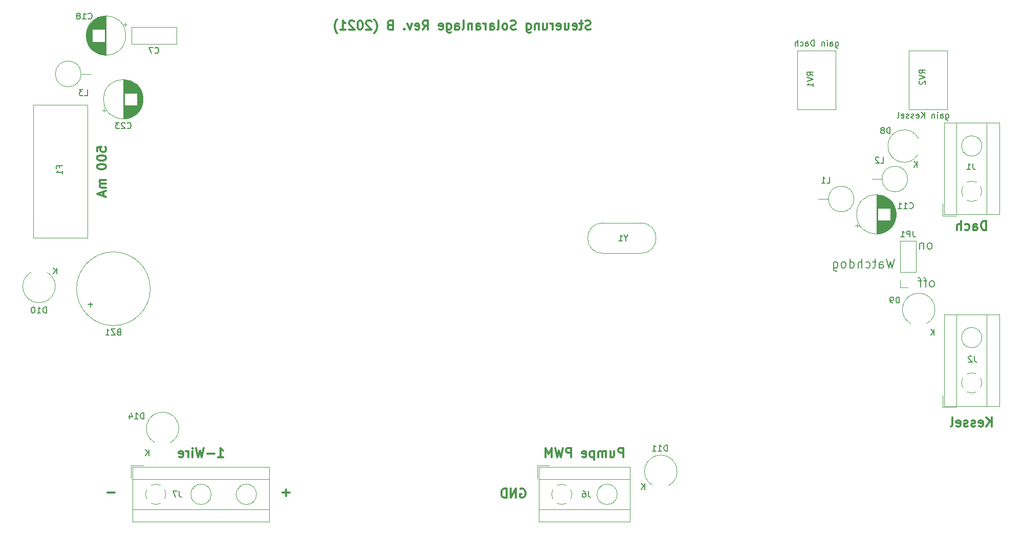
<source format=gbr>
%TF.GenerationSoftware,KiCad,Pcbnew,8.0.1*%
%TF.CreationDate,2024-04-17T00:29:27+02:00*%
%TF.ProjectId,Solaranlage,536f6c61-7261-46e6-9c61-67652e6b6963,rev?*%
%TF.SameCoordinates,Original*%
%TF.FileFunction,Legend,Bot*%
%TF.FilePolarity,Positive*%
%FSLAX46Y46*%
G04 Gerber Fmt 4.6, Leading zero omitted, Abs format (unit mm)*
G04 Created by KiCad (PCBNEW 8.0.1) date 2024-04-17 00:29:27*
%MOMM*%
%LPD*%
G01*
G04 APERTURE LIST*
%ADD10C,0.300000*%
%ADD11C,0.150000*%
%ADD12C,0.120000*%
G04 APERTURE END LIST*
D10*
X225658857Y-91864328D02*
X225658857Y-90364328D01*
X225658857Y-90364328D02*
X225301714Y-90364328D01*
X225301714Y-90364328D02*
X225087428Y-90435757D01*
X225087428Y-90435757D02*
X224944571Y-90578614D01*
X224944571Y-90578614D02*
X224873142Y-90721471D01*
X224873142Y-90721471D02*
X224801714Y-91007185D01*
X224801714Y-91007185D02*
X224801714Y-91221471D01*
X224801714Y-91221471D02*
X224873142Y-91507185D01*
X224873142Y-91507185D02*
X224944571Y-91650042D01*
X224944571Y-91650042D02*
X225087428Y-91792900D01*
X225087428Y-91792900D02*
X225301714Y-91864328D01*
X225301714Y-91864328D02*
X225658857Y-91864328D01*
X223516000Y-91864328D02*
X223516000Y-91078614D01*
X223516000Y-91078614D02*
X223587428Y-90935757D01*
X223587428Y-90935757D02*
X223730285Y-90864328D01*
X223730285Y-90864328D02*
X224016000Y-90864328D01*
X224016000Y-90864328D02*
X224158857Y-90935757D01*
X223516000Y-91792900D02*
X223658857Y-91864328D01*
X223658857Y-91864328D02*
X224016000Y-91864328D01*
X224016000Y-91864328D02*
X224158857Y-91792900D01*
X224158857Y-91792900D02*
X224230285Y-91650042D01*
X224230285Y-91650042D02*
X224230285Y-91507185D01*
X224230285Y-91507185D02*
X224158857Y-91364328D01*
X224158857Y-91364328D02*
X224016000Y-91292900D01*
X224016000Y-91292900D02*
X223658857Y-91292900D01*
X223658857Y-91292900D02*
X223516000Y-91221471D01*
X222158857Y-91792900D02*
X222301714Y-91864328D01*
X222301714Y-91864328D02*
X222587428Y-91864328D01*
X222587428Y-91864328D02*
X222730285Y-91792900D01*
X222730285Y-91792900D02*
X222801714Y-91721471D01*
X222801714Y-91721471D02*
X222873142Y-91578614D01*
X222873142Y-91578614D02*
X222873142Y-91150042D01*
X222873142Y-91150042D02*
X222801714Y-91007185D01*
X222801714Y-91007185D02*
X222730285Y-90935757D01*
X222730285Y-90935757D02*
X222587428Y-90864328D01*
X222587428Y-90864328D02*
X222301714Y-90864328D01*
X222301714Y-90864328D02*
X222158857Y-90935757D01*
X221516000Y-91864328D02*
X221516000Y-90364328D01*
X220873143Y-91864328D02*
X220873143Y-91078614D01*
X220873143Y-91078614D02*
X220944571Y-90935757D01*
X220944571Y-90935757D02*
X221087428Y-90864328D01*
X221087428Y-90864328D02*
X221301714Y-90864328D01*
X221301714Y-90864328D02*
X221444571Y-90935757D01*
X221444571Y-90935757D02*
X221516000Y-91007185D01*
X226551714Y-124376328D02*
X226551714Y-122876328D01*
X225694571Y-124376328D02*
X226337428Y-123519185D01*
X225694571Y-122876328D02*
X226551714Y-123733471D01*
X224480285Y-124304900D02*
X224623142Y-124376328D01*
X224623142Y-124376328D02*
X224908857Y-124376328D01*
X224908857Y-124376328D02*
X225051714Y-124304900D01*
X225051714Y-124304900D02*
X225123142Y-124162042D01*
X225123142Y-124162042D02*
X225123142Y-123590614D01*
X225123142Y-123590614D02*
X225051714Y-123447757D01*
X225051714Y-123447757D02*
X224908857Y-123376328D01*
X224908857Y-123376328D02*
X224623142Y-123376328D01*
X224623142Y-123376328D02*
X224480285Y-123447757D01*
X224480285Y-123447757D02*
X224408857Y-123590614D01*
X224408857Y-123590614D02*
X224408857Y-123733471D01*
X224408857Y-123733471D02*
X225123142Y-123876328D01*
X223837428Y-124304900D02*
X223694571Y-124376328D01*
X223694571Y-124376328D02*
X223408857Y-124376328D01*
X223408857Y-124376328D02*
X223266000Y-124304900D01*
X223266000Y-124304900D02*
X223194571Y-124162042D01*
X223194571Y-124162042D02*
X223194571Y-124090614D01*
X223194571Y-124090614D02*
X223266000Y-123947757D01*
X223266000Y-123947757D02*
X223408857Y-123876328D01*
X223408857Y-123876328D02*
X223623143Y-123876328D01*
X223623143Y-123876328D02*
X223766000Y-123804900D01*
X223766000Y-123804900D02*
X223837428Y-123662042D01*
X223837428Y-123662042D02*
X223837428Y-123590614D01*
X223837428Y-123590614D02*
X223766000Y-123447757D01*
X223766000Y-123447757D02*
X223623143Y-123376328D01*
X223623143Y-123376328D02*
X223408857Y-123376328D01*
X223408857Y-123376328D02*
X223266000Y-123447757D01*
X222623142Y-124304900D02*
X222480285Y-124376328D01*
X222480285Y-124376328D02*
X222194571Y-124376328D01*
X222194571Y-124376328D02*
X222051714Y-124304900D01*
X222051714Y-124304900D02*
X221980285Y-124162042D01*
X221980285Y-124162042D02*
X221980285Y-124090614D01*
X221980285Y-124090614D02*
X222051714Y-123947757D01*
X222051714Y-123947757D02*
X222194571Y-123876328D01*
X222194571Y-123876328D02*
X222408857Y-123876328D01*
X222408857Y-123876328D02*
X222551714Y-123804900D01*
X222551714Y-123804900D02*
X222623142Y-123662042D01*
X222623142Y-123662042D02*
X222623142Y-123590614D01*
X222623142Y-123590614D02*
X222551714Y-123447757D01*
X222551714Y-123447757D02*
X222408857Y-123376328D01*
X222408857Y-123376328D02*
X222194571Y-123376328D01*
X222194571Y-123376328D02*
X222051714Y-123447757D01*
X220765999Y-124304900D02*
X220908856Y-124376328D01*
X220908856Y-124376328D02*
X221194571Y-124376328D01*
X221194571Y-124376328D02*
X221337428Y-124304900D01*
X221337428Y-124304900D02*
X221408856Y-124162042D01*
X221408856Y-124162042D02*
X221408856Y-123590614D01*
X221408856Y-123590614D02*
X221337428Y-123447757D01*
X221337428Y-123447757D02*
X221194571Y-123376328D01*
X221194571Y-123376328D02*
X220908856Y-123376328D01*
X220908856Y-123376328D02*
X220765999Y-123447757D01*
X220765999Y-123447757D02*
X220694571Y-123590614D01*
X220694571Y-123590614D02*
X220694571Y-123733471D01*
X220694571Y-123733471D02*
X221408856Y-123876328D01*
X219837428Y-124376328D02*
X219980285Y-124304900D01*
X219980285Y-124304900D02*
X220051714Y-124162042D01*
X220051714Y-124162042D02*
X220051714Y-122876328D01*
X165626571Y-129456328D02*
X165626571Y-127956328D01*
X165626571Y-127956328D02*
X165055142Y-127956328D01*
X165055142Y-127956328D02*
X164912285Y-128027757D01*
X164912285Y-128027757D02*
X164840856Y-128099185D01*
X164840856Y-128099185D02*
X164769428Y-128242042D01*
X164769428Y-128242042D02*
X164769428Y-128456328D01*
X164769428Y-128456328D02*
X164840856Y-128599185D01*
X164840856Y-128599185D02*
X164912285Y-128670614D01*
X164912285Y-128670614D02*
X165055142Y-128742042D01*
X165055142Y-128742042D02*
X165626571Y-128742042D01*
X163483714Y-128456328D02*
X163483714Y-129456328D01*
X164126571Y-128456328D02*
X164126571Y-129242042D01*
X164126571Y-129242042D02*
X164055142Y-129384900D01*
X164055142Y-129384900D02*
X163912285Y-129456328D01*
X163912285Y-129456328D02*
X163697999Y-129456328D01*
X163697999Y-129456328D02*
X163555142Y-129384900D01*
X163555142Y-129384900D02*
X163483714Y-129313471D01*
X162769428Y-129456328D02*
X162769428Y-128456328D01*
X162769428Y-128599185D02*
X162697999Y-128527757D01*
X162697999Y-128527757D02*
X162555142Y-128456328D01*
X162555142Y-128456328D02*
X162340856Y-128456328D01*
X162340856Y-128456328D02*
X162197999Y-128527757D01*
X162197999Y-128527757D02*
X162126571Y-128670614D01*
X162126571Y-128670614D02*
X162126571Y-129456328D01*
X162126571Y-128670614D02*
X162055142Y-128527757D01*
X162055142Y-128527757D02*
X161912285Y-128456328D01*
X161912285Y-128456328D02*
X161697999Y-128456328D01*
X161697999Y-128456328D02*
X161555142Y-128527757D01*
X161555142Y-128527757D02*
X161483713Y-128670614D01*
X161483713Y-128670614D02*
X161483713Y-129456328D01*
X160769428Y-128456328D02*
X160769428Y-129956328D01*
X160769428Y-128527757D02*
X160626571Y-128456328D01*
X160626571Y-128456328D02*
X160340856Y-128456328D01*
X160340856Y-128456328D02*
X160197999Y-128527757D01*
X160197999Y-128527757D02*
X160126571Y-128599185D01*
X160126571Y-128599185D02*
X160055142Y-128742042D01*
X160055142Y-128742042D02*
X160055142Y-129170614D01*
X160055142Y-129170614D02*
X160126571Y-129313471D01*
X160126571Y-129313471D02*
X160197999Y-129384900D01*
X160197999Y-129384900D02*
X160340856Y-129456328D01*
X160340856Y-129456328D02*
X160626571Y-129456328D01*
X160626571Y-129456328D02*
X160769428Y-129384900D01*
X158840856Y-129384900D02*
X158983713Y-129456328D01*
X158983713Y-129456328D02*
X159269428Y-129456328D01*
X159269428Y-129456328D02*
X159412285Y-129384900D01*
X159412285Y-129384900D02*
X159483713Y-129242042D01*
X159483713Y-129242042D02*
X159483713Y-128670614D01*
X159483713Y-128670614D02*
X159412285Y-128527757D01*
X159412285Y-128527757D02*
X159269428Y-128456328D01*
X159269428Y-128456328D02*
X158983713Y-128456328D01*
X158983713Y-128456328D02*
X158840856Y-128527757D01*
X158840856Y-128527757D02*
X158769428Y-128670614D01*
X158769428Y-128670614D02*
X158769428Y-128813471D01*
X158769428Y-128813471D02*
X159483713Y-128956328D01*
X156983714Y-129456328D02*
X156983714Y-127956328D01*
X156983714Y-127956328D02*
X156412285Y-127956328D01*
X156412285Y-127956328D02*
X156269428Y-128027757D01*
X156269428Y-128027757D02*
X156197999Y-128099185D01*
X156197999Y-128099185D02*
X156126571Y-128242042D01*
X156126571Y-128242042D02*
X156126571Y-128456328D01*
X156126571Y-128456328D02*
X156197999Y-128599185D01*
X156197999Y-128599185D02*
X156269428Y-128670614D01*
X156269428Y-128670614D02*
X156412285Y-128742042D01*
X156412285Y-128742042D02*
X156983714Y-128742042D01*
X155626571Y-127956328D02*
X155269428Y-129456328D01*
X155269428Y-129456328D02*
X154983714Y-128384900D01*
X154983714Y-128384900D02*
X154697999Y-129456328D01*
X154697999Y-129456328D02*
X154340857Y-127956328D01*
X153769428Y-129456328D02*
X153769428Y-127956328D01*
X153769428Y-127956328D02*
X153269428Y-129027757D01*
X153269428Y-129027757D02*
X152769428Y-127956328D01*
X152769428Y-127956328D02*
X152769428Y-129456328D01*
X98586427Y-129456328D02*
X99443570Y-129456328D01*
X99014999Y-129456328D02*
X99014999Y-127956328D01*
X99014999Y-127956328D02*
X99157856Y-128170614D01*
X99157856Y-128170614D02*
X99300713Y-128313471D01*
X99300713Y-128313471D02*
X99443570Y-128384900D01*
X97943571Y-128884900D02*
X96800714Y-128884900D01*
X96229285Y-127956328D02*
X95872142Y-129456328D01*
X95872142Y-129456328D02*
X95586428Y-128384900D01*
X95586428Y-128384900D02*
X95300713Y-129456328D01*
X95300713Y-129456328D02*
X94943571Y-127956328D01*
X94372142Y-129456328D02*
X94372142Y-128456328D01*
X94372142Y-127956328D02*
X94443570Y-128027757D01*
X94443570Y-128027757D02*
X94372142Y-128099185D01*
X94372142Y-128099185D02*
X94300713Y-128027757D01*
X94300713Y-128027757D02*
X94372142Y-127956328D01*
X94372142Y-127956328D02*
X94372142Y-128099185D01*
X93657856Y-129456328D02*
X93657856Y-128456328D01*
X93657856Y-128742042D02*
X93586427Y-128599185D01*
X93586427Y-128599185D02*
X93514999Y-128527757D01*
X93514999Y-128527757D02*
X93372141Y-128456328D01*
X93372141Y-128456328D02*
X93229284Y-128456328D01*
X92157856Y-129384900D02*
X92300713Y-129456328D01*
X92300713Y-129456328D02*
X92586428Y-129456328D01*
X92586428Y-129456328D02*
X92729285Y-129384900D01*
X92729285Y-129384900D02*
X92800713Y-129242042D01*
X92800713Y-129242042D02*
X92800713Y-128670614D01*
X92800713Y-128670614D02*
X92729285Y-128527757D01*
X92729285Y-128527757D02*
X92586428Y-128456328D01*
X92586428Y-128456328D02*
X92300713Y-128456328D01*
X92300713Y-128456328D02*
X92157856Y-128527757D01*
X92157856Y-128527757D02*
X92086428Y-128670614D01*
X92086428Y-128670614D02*
X92086428Y-128813471D01*
X92086428Y-128813471D02*
X92800713Y-128956328D01*
X110426428Y-135361900D02*
X109283571Y-135361900D01*
X109854999Y-135933328D02*
X109854999Y-134790471D01*
X81470428Y-135361900D02*
X80327571Y-135361900D01*
X148589856Y-134765757D02*
X148732714Y-134694328D01*
X148732714Y-134694328D02*
X148946999Y-134694328D01*
X148946999Y-134694328D02*
X149161285Y-134765757D01*
X149161285Y-134765757D02*
X149304142Y-134908614D01*
X149304142Y-134908614D02*
X149375571Y-135051471D01*
X149375571Y-135051471D02*
X149446999Y-135337185D01*
X149446999Y-135337185D02*
X149446999Y-135551471D01*
X149446999Y-135551471D02*
X149375571Y-135837185D01*
X149375571Y-135837185D02*
X149304142Y-135980042D01*
X149304142Y-135980042D02*
X149161285Y-136122900D01*
X149161285Y-136122900D02*
X148946999Y-136194328D01*
X148946999Y-136194328D02*
X148804142Y-136194328D01*
X148804142Y-136194328D02*
X148589856Y-136122900D01*
X148589856Y-136122900D02*
X148518428Y-136051471D01*
X148518428Y-136051471D02*
X148518428Y-135551471D01*
X148518428Y-135551471D02*
X148804142Y-135551471D01*
X147875571Y-136194328D02*
X147875571Y-134694328D01*
X147875571Y-134694328D02*
X147018428Y-136194328D01*
X147018428Y-136194328D02*
X147018428Y-134694328D01*
X146304142Y-136194328D02*
X146304142Y-134694328D01*
X146304142Y-134694328D02*
X145946999Y-134694328D01*
X145946999Y-134694328D02*
X145732713Y-134765757D01*
X145732713Y-134765757D02*
X145589856Y-134908614D01*
X145589856Y-134908614D02*
X145518427Y-135051471D01*
X145518427Y-135051471D02*
X145446999Y-135337185D01*
X145446999Y-135337185D02*
X145446999Y-135551471D01*
X145446999Y-135551471D02*
X145518427Y-135837185D01*
X145518427Y-135837185D02*
X145589856Y-135980042D01*
X145589856Y-135980042D02*
X145732713Y-136122900D01*
X145732713Y-136122900D02*
X145946999Y-136194328D01*
X145946999Y-136194328D02*
X146304142Y-136194328D01*
X78553328Y-78883286D02*
X78553328Y-78169000D01*
X78553328Y-78169000D02*
X79267614Y-78097572D01*
X79267614Y-78097572D02*
X79196185Y-78169000D01*
X79196185Y-78169000D02*
X79124757Y-78311858D01*
X79124757Y-78311858D02*
X79124757Y-78669000D01*
X79124757Y-78669000D02*
X79196185Y-78811858D01*
X79196185Y-78811858D02*
X79267614Y-78883286D01*
X79267614Y-78883286D02*
X79410471Y-78954715D01*
X79410471Y-78954715D02*
X79767614Y-78954715D01*
X79767614Y-78954715D02*
X79910471Y-78883286D01*
X79910471Y-78883286D02*
X79981900Y-78811858D01*
X79981900Y-78811858D02*
X80053328Y-78669000D01*
X80053328Y-78669000D02*
X80053328Y-78311858D01*
X80053328Y-78311858D02*
X79981900Y-78169000D01*
X79981900Y-78169000D02*
X79910471Y-78097572D01*
X78553328Y-79883286D02*
X78553328Y-80026143D01*
X78553328Y-80026143D02*
X78624757Y-80169000D01*
X78624757Y-80169000D02*
X78696185Y-80240429D01*
X78696185Y-80240429D02*
X78839042Y-80311857D01*
X78839042Y-80311857D02*
X79124757Y-80383286D01*
X79124757Y-80383286D02*
X79481900Y-80383286D01*
X79481900Y-80383286D02*
X79767614Y-80311857D01*
X79767614Y-80311857D02*
X79910471Y-80240429D01*
X79910471Y-80240429D02*
X79981900Y-80169000D01*
X79981900Y-80169000D02*
X80053328Y-80026143D01*
X80053328Y-80026143D02*
X80053328Y-79883286D01*
X80053328Y-79883286D02*
X79981900Y-79740429D01*
X79981900Y-79740429D02*
X79910471Y-79669000D01*
X79910471Y-79669000D02*
X79767614Y-79597571D01*
X79767614Y-79597571D02*
X79481900Y-79526143D01*
X79481900Y-79526143D02*
X79124757Y-79526143D01*
X79124757Y-79526143D02*
X78839042Y-79597571D01*
X78839042Y-79597571D02*
X78696185Y-79669000D01*
X78696185Y-79669000D02*
X78624757Y-79740429D01*
X78624757Y-79740429D02*
X78553328Y-79883286D01*
X78553328Y-81311857D02*
X78553328Y-81454714D01*
X78553328Y-81454714D02*
X78624757Y-81597571D01*
X78624757Y-81597571D02*
X78696185Y-81669000D01*
X78696185Y-81669000D02*
X78839042Y-81740428D01*
X78839042Y-81740428D02*
X79124757Y-81811857D01*
X79124757Y-81811857D02*
X79481900Y-81811857D01*
X79481900Y-81811857D02*
X79767614Y-81740428D01*
X79767614Y-81740428D02*
X79910471Y-81669000D01*
X79910471Y-81669000D02*
X79981900Y-81597571D01*
X79981900Y-81597571D02*
X80053328Y-81454714D01*
X80053328Y-81454714D02*
X80053328Y-81311857D01*
X80053328Y-81311857D02*
X79981900Y-81169000D01*
X79981900Y-81169000D02*
X79910471Y-81097571D01*
X79910471Y-81097571D02*
X79767614Y-81026142D01*
X79767614Y-81026142D02*
X79481900Y-80954714D01*
X79481900Y-80954714D02*
X79124757Y-80954714D01*
X79124757Y-80954714D02*
X78839042Y-81026142D01*
X78839042Y-81026142D02*
X78696185Y-81097571D01*
X78696185Y-81097571D02*
X78624757Y-81169000D01*
X78624757Y-81169000D02*
X78553328Y-81311857D01*
X80053328Y-83597570D02*
X79053328Y-83597570D01*
X79196185Y-83597570D02*
X79124757Y-83668999D01*
X79124757Y-83668999D02*
X79053328Y-83811856D01*
X79053328Y-83811856D02*
X79053328Y-84026142D01*
X79053328Y-84026142D02*
X79124757Y-84168999D01*
X79124757Y-84168999D02*
X79267614Y-84240428D01*
X79267614Y-84240428D02*
X80053328Y-84240428D01*
X79267614Y-84240428D02*
X79124757Y-84311856D01*
X79124757Y-84311856D02*
X79053328Y-84454713D01*
X79053328Y-84454713D02*
X79053328Y-84668999D01*
X79053328Y-84668999D02*
X79124757Y-84811856D01*
X79124757Y-84811856D02*
X79267614Y-84883285D01*
X79267614Y-84883285D02*
X80053328Y-84883285D01*
X79624757Y-85526142D02*
X79624757Y-86240428D01*
X80053328Y-85383285D02*
X78553328Y-85883285D01*
X78553328Y-85883285D02*
X80053328Y-86383285D01*
D11*
X216431714Y-95004627D02*
X216574571Y-94933199D01*
X216574571Y-94933199D02*
X216646000Y-94861770D01*
X216646000Y-94861770D02*
X216717428Y-94718913D01*
X216717428Y-94718913D02*
X216717428Y-94290341D01*
X216717428Y-94290341D02*
X216646000Y-94147484D01*
X216646000Y-94147484D02*
X216574571Y-94076056D01*
X216574571Y-94076056D02*
X216431714Y-94004627D01*
X216431714Y-94004627D02*
X216217428Y-94004627D01*
X216217428Y-94004627D02*
X216074571Y-94076056D01*
X216074571Y-94076056D02*
X216003143Y-94147484D01*
X216003143Y-94147484D02*
X215931714Y-94290341D01*
X215931714Y-94290341D02*
X215931714Y-94718913D01*
X215931714Y-94718913D02*
X216003143Y-94861770D01*
X216003143Y-94861770D02*
X216074571Y-94933199D01*
X216074571Y-94933199D02*
X216217428Y-95004627D01*
X216217428Y-95004627D02*
X216431714Y-95004627D01*
X215288857Y-94004627D02*
X215288857Y-95004627D01*
X215288857Y-94147484D02*
X215217428Y-94076056D01*
X215217428Y-94076056D02*
X215074571Y-94004627D01*
X215074571Y-94004627D02*
X214860285Y-94004627D01*
X214860285Y-94004627D02*
X214717428Y-94076056D01*
X214717428Y-94076056D02*
X214646000Y-94218913D01*
X214646000Y-94218913D02*
X214646000Y-95004627D01*
X210466143Y-96654628D02*
X210109000Y-98154628D01*
X210109000Y-98154628D02*
X209823286Y-97083200D01*
X209823286Y-97083200D02*
X209537571Y-98154628D01*
X209537571Y-98154628D02*
X209180429Y-96654628D01*
X207966143Y-98154628D02*
X207966143Y-97368914D01*
X207966143Y-97368914D02*
X208037571Y-97226057D01*
X208037571Y-97226057D02*
X208180428Y-97154628D01*
X208180428Y-97154628D02*
X208466143Y-97154628D01*
X208466143Y-97154628D02*
X208609000Y-97226057D01*
X207966143Y-98083200D02*
X208109000Y-98154628D01*
X208109000Y-98154628D02*
X208466143Y-98154628D01*
X208466143Y-98154628D02*
X208609000Y-98083200D01*
X208609000Y-98083200D02*
X208680428Y-97940342D01*
X208680428Y-97940342D02*
X208680428Y-97797485D01*
X208680428Y-97797485D02*
X208609000Y-97654628D01*
X208609000Y-97654628D02*
X208466143Y-97583200D01*
X208466143Y-97583200D02*
X208109000Y-97583200D01*
X208109000Y-97583200D02*
X207966143Y-97511771D01*
X207466142Y-97154628D02*
X206894714Y-97154628D01*
X207251857Y-96654628D02*
X207251857Y-97940342D01*
X207251857Y-97940342D02*
X207180428Y-98083200D01*
X207180428Y-98083200D02*
X207037571Y-98154628D01*
X207037571Y-98154628D02*
X206894714Y-98154628D01*
X205751857Y-98083200D02*
X205894714Y-98154628D01*
X205894714Y-98154628D02*
X206180428Y-98154628D01*
X206180428Y-98154628D02*
X206323285Y-98083200D01*
X206323285Y-98083200D02*
X206394714Y-98011771D01*
X206394714Y-98011771D02*
X206466142Y-97868914D01*
X206466142Y-97868914D02*
X206466142Y-97440342D01*
X206466142Y-97440342D02*
X206394714Y-97297485D01*
X206394714Y-97297485D02*
X206323285Y-97226057D01*
X206323285Y-97226057D02*
X206180428Y-97154628D01*
X206180428Y-97154628D02*
X205894714Y-97154628D01*
X205894714Y-97154628D02*
X205751857Y-97226057D01*
X205109000Y-98154628D02*
X205109000Y-96654628D01*
X204466143Y-98154628D02*
X204466143Y-97368914D01*
X204466143Y-97368914D02*
X204537571Y-97226057D01*
X204537571Y-97226057D02*
X204680428Y-97154628D01*
X204680428Y-97154628D02*
X204894714Y-97154628D01*
X204894714Y-97154628D02*
X205037571Y-97226057D01*
X205037571Y-97226057D02*
X205109000Y-97297485D01*
X203109000Y-98154628D02*
X203109000Y-96654628D01*
X203109000Y-98083200D02*
X203251857Y-98154628D01*
X203251857Y-98154628D02*
X203537571Y-98154628D01*
X203537571Y-98154628D02*
X203680428Y-98083200D01*
X203680428Y-98083200D02*
X203751857Y-98011771D01*
X203751857Y-98011771D02*
X203823285Y-97868914D01*
X203823285Y-97868914D02*
X203823285Y-97440342D01*
X203823285Y-97440342D02*
X203751857Y-97297485D01*
X203751857Y-97297485D02*
X203680428Y-97226057D01*
X203680428Y-97226057D02*
X203537571Y-97154628D01*
X203537571Y-97154628D02*
X203251857Y-97154628D01*
X203251857Y-97154628D02*
X203109000Y-97226057D01*
X202180428Y-98154628D02*
X202323285Y-98083200D01*
X202323285Y-98083200D02*
X202394714Y-98011771D01*
X202394714Y-98011771D02*
X202466142Y-97868914D01*
X202466142Y-97868914D02*
X202466142Y-97440342D01*
X202466142Y-97440342D02*
X202394714Y-97297485D01*
X202394714Y-97297485D02*
X202323285Y-97226057D01*
X202323285Y-97226057D02*
X202180428Y-97154628D01*
X202180428Y-97154628D02*
X201966142Y-97154628D01*
X201966142Y-97154628D02*
X201823285Y-97226057D01*
X201823285Y-97226057D02*
X201751857Y-97297485D01*
X201751857Y-97297485D02*
X201680428Y-97440342D01*
X201680428Y-97440342D02*
X201680428Y-97868914D01*
X201680428Y-97868914D02*
X201751857Y-98011771D01*
X201751857Y-98011771D02*
X201823285Y-98083200D01*
X201823285Y-98083200D02*
X201966142Y-98154628D01*
X201966142Y-98154628D02*
X202180428Y-98154628D01*
X200394714Y-97154628D02*
X200394714Y-98368914D01*
X200394714Y-98368914D02*
X200466142Y-98511771D01*
X200466142Y-98511771D02*
X200537571Y-98583200D01*
X200537571Y-98583200D02*
X200680428Y-98654628D01*
X200680428Y-98654628D02*
X200894714Y-98654628D01*
X200894714Y-98654628D02*
X201037571Y-98583200D01*
X200394714Y-98083200D02*
X200537571Y-98154628D01*
X200537571Y-98154628D02*
X200823285Y-98154628D01*
X200823285Y-98154628D02*
X200966142Y-98083200D01*
X200966142Y-98083200D02*
X201037571Y-98011771D01*
X201037571Y-98011771D02*
X201108999Y-97868914D01*
X201108999Y-97868914D02*
X201108999Y-97440342D01*
X201108999Y-97440342D02*
X201037571Y-97297485D01*
X201037571Y-97297485D02*
X200966142Y-97226057D01*
X200966142Y-97226057D02*
X200823285Y-97154628D01*
X200823285Y-97154628D02*
X200537571Y-97154628D01*
X200537571Y-97154628D02*
X200394714Y-97226057D01*
X200754857Y-60748152D02*
X200754857Y-61557676D01*
X200754857Y-61557676D02*
X200802476Y-61652914D01*
X200802476Y-61652914D02*
X200850095Y-61700533D01*
X200850095Y-61700533D02*
X200945333Y-61748152D01*
X200945333Y-61748152D02*
X201088190Y-61748152D01*
X201088190Y-61748152D02*
X201183428Y-61700533D01*
X200754857Y-61367200D02*
X200850095Y-61414819D01*
X200850095Y-61414819D02*
X201040571Y-61414819D01*
X201040571Y-61414819D02*
X201135809Y-61367200D01*
X201135809Y-61367200D02*
X201183428Y-61319580D01*
X201183428Y-61319580D02*
X201231047Y-61224342D01*
X201231047Y-61224342D02*
X201231047Y-60938628D01*
X201231047Y-60938628D02*
X201183428Y-60843390D01*
X201183428Y-60843390D02*
X201135809Y-60795771D01*
X201135809Y-60795771D02*
X201040571Y-60748152D01*
X201040571Y-60748152D02*
X200850095Y-60748152D01*
X200850095Y-60748152D02*
X200754857Y-60795771D01*
X199850095Y-61414819D02*
X199850095Y-60891009D01*
X199850095Y-60891009D02*
X199897714Y-60795771D01*
X199897714Y-60795771D02*
X199992952Y-60748152D01*
X199992952Y-60748152D02*
X200183428Y-60748152D01*
X200183428Y-60748152D02*
X200278666Y-60795771D01*
X199850095Y-61367200D02*
X199945333Y-61414819D01*
X199945333Y-61414819D02*
X200183428Y-61414819D01*
X200183428Y-61414819D02*
X200278666Y-61367200D01*
X200278666Y-61367200D02*
X200326285Y-61271961D01*
X200326285Y-61271961D02*
X200326285Y-61176723D01*
X200326285Y-61176723D02*
X200278666Y-61081485D01*
X200278666Y-61081485D02*
X200183428Y-61033866D01*
X200183428Y-61033866D02*
X199945333Y-61033866D01*
X199945333Y-61033866D02*
X199850095Y-60986247D01*
X199373904Y-61414819D02*
X199373904Y-60748152D01*
X199373904Y-60414819D02*
X199421523Y-60462438D01*
X199421523Y-60462438D02*
X199373904Y-60510057D01*
X199373904Y-60510057D02*
X199326285Y-60462438D01*
X199326285Y-60462438D02*
X199373904Y-60414819D01*
X199373904Y-60414819D02*
X199373904Y-60510057D01*
X198897714Y-60748152D02*
X198897714Y-61414819D01*
X198897714Y-60843390D02*
X198850095Y-60795771D01*
X198850095Y-60795771D02*
X198754857Y-60748152D01*
X198754857Y-60748152D02*
X198612000Y-60748152D01*
X198612000Y-60748152D02*
X198516762Y-60795771D01*
X198516762Y-60795771D02*
X198469143Y-60891009D01*
X198469143Y-60891009D02*
X198469143Y-61414819D01*
X197231047Y-61414819D02*
X197231047Y-60414819D01*
X197231047Y-60414819D02*
X196992952Y-60414819D01*
X196992952Y-60414819D02*
X196850095Y-60462438D01*
X196850095Y-60462438D02*
X196754857Y-60557676D01*
X196754857Y-60557676D02*
X196707238Y-60652914D01*
X196707238Y-60652914D02*
X196659619Y-60843390D01*
X196659619Y-60843390D02*
X196659619Y-60986247D01*
X196659619Y-60986247D02*
X196707238Y-61176723D01*
X196707238Y-61176723D02*
X196754857Y-61271961D01*
X196754857Y-61271961D02*
X196850095Y-61367200D01*
X196850095Y-61367200D02*
X196992952Y-61414819D01*
X196992952Y-61414819D02*
X197231047Y-61414819D01*
X195802476Y-61414819D02*
X195802476Y-60891009D01*
X195802476Y-60891009D02*
X195850095Y-60795771D01*
X195850095Y-60795771D02*
X195945333Y-60748152D01*
X195945333Y-60748152D02*
X196135809Y-60748152D01*
X196135809Y-60748152D02*
X196231047Y-60795771D01*
X195802476Y-61367200D02*
X195897714Y-61414819D01*
X195897714Y-61414819D02*
X196135809Y-61414819D01*
X196135809Y-61414819D02*
X196231047Y-61367200D01*
X196231047Y-61367200D02*
X196278666Y-61271961D01*
X196278666Y-61271961D02*
X196278666Y-61176723D01*
X196278666Y-61176723D02*
X196231047Y-61081485D01*
X196231047Y-61081485D02*
X196135809Y-61033866D01*
X196135809Y-61033866D02*
X195897714Y-61033866D01*
X195897714Y-61033866D02*
X195802476Y-60986247D01*
X194897714Y-61367200D02*
X194992952Y-61414819D01*
X194992952Y-61414819D02*
X195183428Y-61414819D01*
X195183428Y-61414819D02*
X195278666Y-61367200D01*
X195278666Y-61367200D02*
X195326285Y-61319580D01*
X195326285Y-61319580D02*
X195373904Y-61224342D01*
X195373904Y-61224342D02*
X195373904Y-60938628D01*
X195373904Y-60938628D02*
X195326285Y-60843390D01*
X195326285Y-60843390D02*
X195278666Y-60795771D01*
X195278666Y-60795771D02*
X195183428Y-60748152D01*
X195183428Y-60748152D02*
X194992952Y-60748152D01*
X194992952Y-60748152D02*
X194897714Y-60795771D01*
X194469142Y-61414819D02*
X194469142Y-60414819D01*
X194040571Y-61414819D02*
X194040571Y-60891009D01*
X194040571Y-60891009D02*
X194088190Y-60795771D01*
X194088190Y-60795771D02*
X194183428Y-60748152D01*
X194183428Y-60748152D02*
X194326285Y-60748152D01*
X194326285Y-60748152D02*
X194421523Y-60795771D01*
X194421523Y-60795771D02*
X194469142Y-60843390D01*
X216788856Y-101304629D02*
X216931713Y-101233201D01*
X216931713Y-101233201D02*
X217003142Y-101161772D01*
X217003142Y-101161772D02*
X217074570Y-101018915D01*
X217074570Y-101018915D02*
X217074570Y-100590343D01*
X217074570Y-100590343D02*
X217003142Y-100447486D01*
X217003142Y-100447486D02*
X216931713Y-100376058D01*
X216931713Y-100376058D02*
X216788856Y-100304629D01*
X216788856Y-100304629D02*
X216574570Y-100304629D01*
X216574570Y-100304629D02*
X216431713Y-100376058D01*
X216431713Y-100376058D02*
X216360285Y-100447486D01*
X216360285Y-100447486D02*
X216288856Y-100590343D01*
X216288856Y-100590343D02*
X216288856Y-101018915D01*
X216288856Y-101018915D02*
X216360285Y-101161772D01*
X216360285Y-101161772D02*
X216431713Y-101233201D01*
X216431713Y-101233201D02*
X216574570Y-101304629D01*
X216574570Y-101304629D02*
X216788856Y-101304629D01*
X215860284Y-100304629D02*
X215288856Y-100304629D01*
X215645999Y-101304629D02*
X215645999Y-100018915D01*
X215645999Y-100018915D02*
X215574570Y-99876058D01*
X215574570Y-99876058D02*
X215431713Y-99804629D01*
X215431713Y-99804629D02*
X215288856Y-99804629D01*
X215003141Y-100304629D02*
X214431713Y-100304629D01*
X214788856Y-101304629D02*
X214788856Y-100018915D01*
X214788856Y-100018915D02*
X214717427Y-99876058D01*
X214717427Y-99876058D02*
X214574570Y-99804629D01*
X214574570Y-99804629D02*
X214431713Y-99804629D01*
D10*
X160222283Y-58645900D02*
X160007998Y-58717328D01*
X160007998Y-58717328D02*
X159650855Y-58717328D01*
X159650855Y-58717328D02*
X159507998Y-58645900D01*
X159507998Y-58645900D02*
X159436569Y-58574471D01*
X159436569Y-58574471D02*
X159365140Y-58431614D01*
X159365140Y-58431614D02*
X159365140Y-58288757D01*
X159365140Y-58288757D02*
X159436569Y-58145900D01*
X159436569Y-58145900D02*
X159507998Y-58074471D01*
X159507998Y-58074471D02*
X159650855Y-58003042D01*
X159650855Y-58003042D02*
X159936569Y-57931614D01*
X159936569Y-57931614D02*
X160079426Y-57860185D01*
X160079426Y-57860185D02*
X160150855Y-57788757D01*
X160150855Y-57788757D02*
X160222283Y-57645900D01*
X160222283Y-57645900D02*
X160222283Y-57503042D01*
X160222283Y-57503042D02*
X160150855Y-57360185D01*
X160150855Y-57360185D02*
X160079426Y-57288757D01*
X160079426Y-57288757D02*
X159936569Y-57217328D01*
X159936569Y-57217328D02*
X159579426Y-57217328D01*
X159579426Y-57217328D02*
X159365140Y-57288757D01*
X158936569Y-57717328D02*
X158365141Y-57717328D01*
X158722284Y-57217328D02*
X158722284Y-58503042D01*
X158722284Y-58503042D02*
X158650855Y-58645900D01*
X158650855Y-58645900D02*
X158507998Y-58717328D01*
X158507998Y-58717328D02*
X158365141Y-58717328D01*
X157293712Y-58645900D02*
X157436569Y-58717328D01*
X157436569Y-58717328D02*
X157722284Y-58717328D01*
X157722284Y-58717328D02*
X157865141Y-58645900D01*
X157865141Y-58645900D02*
X157936569Y-58503042D01*
X157936569Y-58503042D02*
X157936569Y-57931614D01*
X157936569Y-57931614D02*
X157865141Y-57788757D01*
X157865141Y-57788757D02*
X157722284Y-57717328D01*
X157722284Y-57717328D02*
X157436569Y-57717328D01*
X157436569Y-57717328D02*
X157293712Y-57788757D01*
X157293712Y-57788757D02*
X157222284Y-57931614D01*
X157222284Y-57931614D02*
X157222284Y-58074471D01*
X157222284Y-58074471D02*
X157936569Y-58217328D01*
X155936570Y-57717328D02*
X155936570Y-58717328D01*
X156579427Y-57717328D02*
X156579427Y-58503042D01*
X156579427Y-58503042D02*
X156507998Y-58645900D01*
X156507998Y-58645900D02*
X156365141Y-58717328D01*
X156365141Y-58717328D02*
X156150855Y-58717328D01*
X156150855Y-58717328D02*
X156007998Y-58645900D01*
X156007998Y-58645900D02*
X155936570Y-58574471D01*
X154650855Y-58645900D02*
X154793712Y-58717328D01*
X154793712Y-58717328D02*
X155079427Y-58717328D01*
X155079427Y-58717328D02*
X155222284Y-58645900D01*
X155222284Y-58645900D02*
X155293712Y-58503042D01*
X155293712Y-58503042D02*
X155293712Y-57931614D01*
X155293712Y-57931614D02*
X155222284Y-57788757D01*
X155222284Y-57788757D02*
X155079427Y-57717328D01*
X155079427Y-57717328D02*
X154793712Y-57717328D01*
X154793712Y-57717328D02*
X154650855Y-57788757D01*
X154650855Y-57788757D02*
X154579427Y-57931614D01*
X154579427Y-57931614D02*
X154579427Y-58074471D01*
X154579427Y-58074471D02*
X155293712Y-58217328D01*
X153936570Y-58717328D02*
X153936570Y-57717328D01*
X153936570Y-58003042D02*
X153865141Y-57860185D01*
X153865141Y-57860185D02*
X153793713Y-57788757D01*
X153793713Y-57788757D02*
X153650855Y-57717328D01*
X153650855Y-57717328D02*
X153507998Y-57717328D01*
X152365142Y-57717328D02*
X152365142Y-58717328D01*
X153007999Y-57717328D02*
X153007999Y-58503042D01*
X153007999Y-58503042D02*
X152936570Y-58645900D01*
X152936570Y-58645900D02*
X152793713Y-58717328D01*
X152793713Y-58717328D02*
X152579427Y-58717328D01*
X152579427Y-58717328D02*
X152436570Y-58645900D01*
X152436570Y-58645900D02*
X152365142Y-58574471D01*
X151650856Y-57717328D02*
X151650856Y-58717328D01*
X151650856Y-57860185D02*
X151579427Y-57788757D01*
X151579427Y-57788757D02*
X151436570Y-57717328D01*
X151436570Y-57717328D02*
X151222284Y-57717328D01*
X151222284Y-57717328D02*
X151079427Y-57788757D01*
X151079427Y-57788757D02*
X151007999Y-57931614D01*
X151007999Y-57931614D02*
X151007999Y-58717328D01*
X149650856Y-57717328D02*
X149650856Y-58931614D01*
X149650856Y-58931614D02*
X149722284Y-59074471D01*
X149722284Y-59074471D02*
X149793713Y-59145900D01*
X149793713Y-59145900D02*
X149936570Y-59217328D01*
X149936570Y-59217328D02*
X150150856Y-59217328D01*
X150150856Y-59217328D02*
X150293713Y-59145900D01*
X149650856Y-58645900D02*
X149793713Y-58717328D01*
X149793713Y-58717328D02*
X150079427Y-58717328D01*
X150079427Y-58717328D02*
X150222284Y-58645900D01*
X150222284Y-58645900D02*
X150293713Y-58574471D01*
X150293713Y-58574471D02*
X150365141Y-58431614D01*
X150365141Y-58431614D02*
X150365141Y-58003042D01*
X150365141Y-58003042D02*
X150293713Y-57860185D01*
X150293713Y-57860185D02*
X150222284Y-57788757D01*
X150222284Y-57788757D02*
X150079427Y-57717328D01*
X150079427Y-57717328D02*
X149793713Y-57717328D01*
X149793713Y-57717328D02*
X149650856Y-57788757D01*
X147865141Y-58645900D02*
X147650856Y-58717328D01*
X147650856Y-58717328D02*
X147293713Y-58717328D01*
X147293713Y-58717328D02*
X147150856Y-58645900D01*
X147150856Y-58645900D02*
X147079427Y-58574471D01*
X147079427Y-58574471D02*
X147007998Y-58431614D01*
X147007998Y-58431614D02*
X147007998Y-58288757D01*
X147007998Y-58288757D02*
X147079427Y-58145900D01*
X147079427Y-58145900D02*
X147150856Y-58074471D01*
X147150856Y-58074471D02*
X147293713Y-58003042D01*
X147293713Y-58003042D02*
X147579427Y-57931614D01*
X147579427Y-57931614D02*
X147722284Y-57860185D01*
X147722284Y-57860185D02*
X147793713Y-57788757D01*
X147793713Y-57788757D02*
X147865141Y-57645900D01*
X147865141Y-57645900D02*
X147865141Y-57503042D01*
X147865141Y-57503042D02*
X147793713Y-57360185D01*
X147793713Y-57360185D02*
X147722284Y-57288757D01*
X147722284Y-57288757D02*
X147579427Y-57217328D01*
X147579427Y-57217328D02*
X147222284Y-57217328D01*
X147222284Y-57217328D02*
X147007998Y-57288757D01*
X146150856Y-58717328D02*
X146293713Y-58645900D01*
X146293713Y-58645900D02*
X146365142Y-58574471D01*
X146365142Y-58574471D02*
X146436570Y-58431614D01*
X146436570Y-58431614D02*
X146436570Y-58003042D01*
X146436570Y-58003042D02*
X146365142Y-57860185D01*
X146365142Y-57860185D02*
X146293713Y-57788757D01*
X146293713Y-57788757D02*
X146150856Y-57717328D01*
X146150856Y-57717328D02*
X145936570Y-57717328D01*
X145936570Y-57717328D02*
X145793713Y-57788757D01*
X145793713Y-57788757D02*
X145722285Y-57860185D01*
X145722285Y-57860185D02*
X145650856Y-58003042D01*
X145650856Y-58003042D02*
X145650856Y-58431614D01*
X145650856Y-58431614D02*
X145722285Y-58574471D01*
X145722285Y-58574471D02*
X145793713Y-58645900D01*
X145793713Y-58645900D02*
X145936570Y-58717328D01*
X145936570Y-58717328D02*
X146150856Y-58717328D01*
X144793713Y-58717328D02*
X144936570Y-58645900D01*
X144936570Y-58645900D02*
X145007999Y-58503042D01*
X145007999Y-58503042D02*
X145007999Y-57217328D01*
X143579428Y-58717328D02*
X143579428Y-57931614D01*
X143579428Y-57931614D02*
X143650856Y-57788757D01*
X143650856Y-57788757D02*
X143793713Y-57717328D01*
X143793713Y-57717328D02*
X144079428Y-57717328D01*
X144079428Y-57717328D02*
X144222285Y-57788757D01*
X143579428Y-58645900D02*
X143722285Y-58717328D01*
X143722285Y-58717328D02*
X144079428Y-58717328D01*
X144079428Y-58717328D02*
X144222285Y-58645900D01*
X144222285Y-58645900D02*
X144293713Y-58503042D01*
X144293713Y-58503042D02*
X144293713Y-58360185D01*
X144293713Y-58360185D02*
X144222285Y-58217328D01*
X144222285Y-58217328D02*
X144079428Y-58145900D01*
X144079428Y-58145900D02*
X143722285Y-58145900D01*
X143722285Y-58145900D02*
X143579428Y-58074471D01*
X142865142Y-58717328D02*
X142865142Y-57717328D01*
X142865142Y-58003042D02*
X142793713Y-57860185D01*
X142793713Y-57860185D02*
X142722285Y-57788757D01*
X142722285Y-57788757D02*
X142579427Y-57717328D01*
X142579427Y-57717328D02*
X142436570Y-57717328D01*
X141293714Y-58717328D02*
X141293714Y-57931614D01*
X141293714Y-57931614D02*
X141365142Y-57788757D01*
X141365142Y-57788757D02*
X141507999Y-57717328D01*
X141507999Y-57717328D02*
X141793714Y-57717328D01*
X141793714Y-57717328D02*
X141936571Y-57788757D01*
X141293714Y-58645900D02*
X141436571Y-58717328D01*
X141436571Y-58717328D02*
X141793714Y-58717328D01*
X141793714Y-58717328D02*
X141936571Y-58645900D01*
X141936571Y-58645900D02*
X142007999Y-58503042D01*
X142007999Y-58503042D02*
X142007999Y-58360185D01*
X142007999Y-58360185D02*
X141936571Y-58217328D01*
X141936571Y-58217328D02*
X141793714Y-58145900D01*
X141793714Y-58145900D02*
X141436571Y-58145900D01*
X141436571Y-58145900D02*
X141293714Y-58074471D01*
X140579428Y-57717328D02*
X140579428Y-58717328D01*
X140579428Y-57860185D02*
X140507999Y-57788757D01*
X140507999Y-57788757D02*
X140365142Y-57717328D01*
X140365142Y-57717328D02*
X140150856Y-57717328D01*
X140150856Y-57717328D02*
X140007999Y-57788757D01*
X140007999Y-57788757D02*
X139936571Y-57931614D01*
X139936571Y-57931614D02*
X139936571Y-58717328D01*
X139007999Y-58717328D02*
X139150856Y-58645900D01*
X139150856Y-58645900D02*
X139222285Y-58503042D01*
X139222285Y-58503042D02*
X139222285Y-57217328D01*
X137793714Y-58717328D02*
X137793714Y-57931614D01*
X137793714Y-57931614D02*
X137865142Y-57788757D01*
X137865142Y-57788757D02*
X138007999Y-57717328D01*
X138007999Y-57717328D02*
X138293714Y-57717328D01*
X138293714Y-57717328D02*
X138436571Y-57788757D01*
X137793714Y-58645900D02*
X137936571Y-58717328D01*
X137936571Y-58717328D02*
X138293714Y-58717328D01*
X138293714Y-58717328D02*
X138436571Y-58645900D01*
X138436571Y-58645900D02*
X138507999Y-58503042D01*
X138507999Y-58503042D02*
X138507999Y-58360185D01*
X138507999Y-58360185D02*
X138436571Y-58217328D01*
X138436571Y-58217328D02*
X138293714Y-58145900D01*
X138293714Y-58145900D02*
X137936571Y-58145900D01*
X137936571Y-58145900D02*
X137793714Y-58074471D01*
X136436571Y-57717328D02*
X136436571Y-58931614D01*
X136436571Y-58931614D02*
X136507999Y-59074471D01*
X136507999Y-59074471D02*
X136579428Y-59145900D01*
X136579428Y-59145900D02*
X136722285Y-59217328D01*
X136722285Y-59217328D02*
X136936571Y-59217328D01*
X136936571Y-59217328D02*
X137079428Y-59145900D01*
X136436571Y-58645900D02*
X136579428Y-58717328D01*
X136579428Y-58717328D02*
X136865142Y-58717328D01*
X136865142Y-58717328D02*
X137007999Y-58645900D01*
X137007999Y-58645900D02*
X137079428Y-58574471D01*
X137079428Y-58574471D02*
X137150856Y-58431614D01*
X137150856Y-58431614D02*
X137150856Y-58003042D01*
X137150856Y-58003042D02*
X137079428Y-57860185D01*
X137079428Y-57860185D02*
X137007999Y-57788757D01*
X137007999Y-57788757D02*
X136865142Y-57717328D01*
X136865142Y-57717328D02*
X136579428Y-57717328D01*
X136579428Y-57717328D02*
X136436571Y-57788757D01*
X135150856Y-58645900D02*
X135293713Y-58717328D01*
X135293713Y-58717328D02*
X135579428Y-58717328D01*
X135579428Y-58717328D02*
X135722285Y-58645900D01*
X135722285Y-58645900D02*
X135793713Y-58503042D01*
X135793713Y-58503042D02*
X135793713Y-57931614D01*
X135793713Y-57931614D02*
X135722285Y-57788757D01*
X135722285Y-57788757D02*
X135579428Y-57717328D01*
X135579428Y-57717328D02*
X135293713Y-57717328D01*
X135293713Y-57717328D02*
X135150856Y-57788757D01*
X135150856Y-57788757D02*
X135079428Y-57931614D01*
X135079428Y-57931614D02*
X135079428Y-58074471D01*
X135079428Y-58074471D02*
X135793713Y-58217328D01*
X132436571Y-58717328D02*
X132936571Y-58003042D01*
X133293714Y-58717328D02*
X133293714Y-57217328D01*
X133293714Y-57217328D02*
X132722285Y-57217328D01*
X132722285Y-57217328D02*
X132579428Y-57288757D01*
X132579428Y-57288757D02*
X132507999Y-57360185D01*
X132507999Y-57360185D02*
X132436571Y-57503042D01*
X132436571Y-57503042D02*
X132436571Y-57717328D01*
X132436571Y-57717328D02*
X132507999Y-57860185D01*
X132507999Y-57860185D02*
X132579428Y-57931614D01*
X132579428Y-57931614D02*
X132722285Y-58003042D01*
X132722285Y-58003042D02*
X133293714Y-58003042D01*
X131222285Y-58645900D02*
X131365142Y-58717328D01*
X131365142Y-58717328D02*
X131650857Y-58717328D01*
X131650857Y-58717328D02*
X131793714Y-58645900D01*
X131793714Y-58645900D02*
X131865142Y-58503042D01*
X131865142Y-58503042D02*
X131865142Y-57931614D01*
X131865142Y-57931614D02*
X131793714Y-57788757D01*
X131793714Y-57788757D02*
X131650857Y-57717328D01*
X131650857Y-57717328D02*
X131365142Y-57717328D01*
X131365142Y-57717328D02*
X131222285Y-57788757D01*
X131222285Y-57788757D02*
X131150857Y-57931614D01*
X131150857Y-57931614D02*
X131150857Y-58074471D01*
X131150857Y-58074471D02*
X131865142Y-58217328D01*
X130650857Y-57717328D02*
X130293714Y-58717328D01*
X130293714Y-58717328D02*
X129936571Y-57717328D01*
X129365143Y-58574471D02*
X129293714Y-58645900D01*
X129293714Y-58645900D02*
X129365143Y-58717328D01*
X129365143Y-58717328D02*
X129436571Y-58645900D01*
X129436571Y-58645900D02*
X129365143Y-58574471D01*
X129365143Y-58574471D02*
X129365143Y-58717328D01*
X127008000Y-57931614D02*
X126793714Y-58003042D01*
X126793714Y-58003042D02*
X126722285Y-58074471D01*
X126722285Y-58074471D02*
X126650857Y-58217328D01*
X126650857Y-58217328D02*
X126650857Y-58431614D01*
X126650857Y-58431614D02*
X126722285Y-58574471D01*
X126722285Y-58574471D02*
X126793714Y-58645900D01*
X126793714Y-58645900D02*
X126936571Y-58717328D01*
X126936571Y-58717328D02*
X127508000Y-58717328D01*
X127508000Y-58717328D02*
X127508000Y-57217328D01*
X127508000Y-57217328D02*
X127008000Y-57217328D01*
X127008000Y-57217328D02*
X126865143Y-57288757D01*
X126865143Y-57288757D02*
X126793714Y-57360185D01*
X126793714Y-57360185D02*
X126722285Y-57503042D01*
X126722285Y-57503042D02*
X126722285Y-57645900D01*
X126722285Y-57645900D02*
X126793714Y-57788757D01*
X126793714Y-57788757D02*
X126865143Y-57860185D01*
X126865143Y-57860185D02*
X127008000Y-57931614D01*
X127008000Y-57931614D02*
X127508000Y-57931614D01*
X124436571Y-59288757D02*
X124508000Y-59217328D01*
X124508000Y-59217328D02*
X124650857Y-59003042D01*
X124650857Y-59003042D02*
X124722286Y-58860185D01*
X124722286Y-58860185D02*
X124793714Y-58645900D01*
X124793714Y-58645900D02*
X124865143Y-58288757D01*
X124865143Y-58288757D02*
X124865143Y-58003042D01*
X124865143Y-58003042D02*
X124793714Y-57645900D01*
X124793714Y-57645900D02*
X124722286Y-57431614D01*
X124722286Y-57431614D02*
X124650857Y-57288757D01*
X124650857Y-57288757D02*
X124508000Y-57074471D01*
X124508000Y-57074471D02*
X124436571Y-57003042D01*
X123936571Y-57360185D02*
X123865143Y-57288757D01*
X123865143Y-57288757D02*
X123722286Y-57217328D01*
X123722286Y-57217328D02*
X123365143Y-57217328D01*
X123365143Y-57217328D02*
X123222286Y-57288757D01*
X123222286Y-57288757D02*
X123150857Y-57360185D01*
X123150857Y-57360185D02*
X123079428Y-57503042D01*
X123079428Y-57503042D02*
X123079428Y-57645900D01*
X123079428Y-57645900D02*
X123150857Y-57860185D01*
X123150857Y-57860185D02*
X124008000Y-58717328D01*
X124008000Y-58717328D02*
X123079428Y-58717328D01*
X122150857Y-57217328D02*
X122008000Y-57217328D01*
X122008000Y-57217328D02*
X121865143Y-57288757D01*
X121865143Y-57288757D02*
X121793715Y-57360185D01*
X121793715Y-57360185D02*
X121722286Y-57503042D01*
X121722286Y-57503042D02*
X121650857Y-57788757D01*
X121650857Y-57788757D02*
X121650857Y-58145900D01*
X121650857Y-58145900D02*
X121722286Y-58431614D01*
X121722286Y-58431614D02*
X121793715Y-58574471D01*
X121793715Y-58574471D02*
X121865143Y-58645900D01*
X121865143Y-58645900D02*
X122008000Y-58717328D01*
X122008000Y-58717328D02*
X122150857Y-58717328D01*
X122150857Y-58717328D02*
X122293715Y-58645900D01*
X122293715Y-58645900D02*
X122365143Y-58574471D01*
X122365143Y-58574471D02*
X122436572Y-58431614D01*
X122436572Y-58431614D02*
X122508000Y-58145900D01*
X122508000Y-58145900D02*
X122508000Y-57788757D01*
X122508000Y-57788757D02*
X122436572Y-57503042D01*
X122436572Y-57503042D02*
X122365143Y-57360185D01*
X122365143Y-57360185D02*
X122293715Y-57288757D01*
X122293715Y-57288757D02*
X122150857Y-57217328D01*
X121079429Y-57360185D02*
X121008001Y-57288757D01*
X121008001Y-57288757D02*
X120865144Y-57217328D01*
X120865144Y-57217328D02*
X120508001Y-57217328D01*
X120508001Y-57217328D02*
X120365144Y-57288757D01*
X120365144Y-57288757D02*
X120293715Y-57360185D01*
X120293715Y-57360185D02*
X120222286Y-57503042D01*
X120222286Y-57503042D02*
X120222286Y-57645900D01*
X120222286Y-57645900D02*
X120293715Y-57860185D01*
X120293715Y-57860185D02*
X121150858Y-58717328D01*
X121150858Y-58717328D02*
X120222286Y-58717328D01*
X118793715Y-58717328D02*
X119650858Y-58717328D01*
X119222287Y-58717328D02*
X119222287Y-57217328D01*
X119222287Y-57217328D02*
X119365144Y-57431614D01*
X119365144Y-57431614D02*
X119508001Y-57574471D01*
X119508001Y-57574471D02*
X119650858Y-57645900D01*
X118293716Y-59288757D02*
X118222287Y-59217328D01*
X118222287Y-59217328D02*
X118079430Y-59003042D01*
X118079430Y-59003042D02*
X118008002Y-58860185D01*
X118008002Y-58860185D02*
X117936573Y-58645900D01*
X117936573Y-58645900D02*
X117865144Y-58288757D01*
X117865144Y-58288757D02*
X117865144Y-58003042D01*
X117865144Y-58003042D02*
X117936573Y-57645900D01*
X117936573Y-57645900D02*
X118008002Y-57431614D01*
X118008002Y-57431614D02*
X118079430Y-57288757D01*
X118079430Y-57288757D02*
X118222287Y-57074471D01*
X118222287Y-57074471D02*
X118293716Y-57003042D01*
D11*
X219003095Y-72686152D02*
X219003095Y-73495676D01*
X219003095Y-73495676D02*
X219050714Y-73590914D01*
X219050714Y-73590914D02*
X219098333Y-73638533D01*
X219098333Y-73638533D02*
X219193571Y-73686152D01*
X219193571Y-73686152D02*
X219336428Y-73686152D01*
X219336428Y-73686152D02*
X219431666Y-73638533D01*
X219003095Y-73305200D02*
X219098333Y-73352819D01*
X219098333Y-73352819D02*
X219288809Y-73352819D01*
X219288809Y-73352819D02*
X219384047Y-73305200D01*
X219384047Y-73305200D02*
X219431666Y-73257580D01*
X219431666Y-73257580D02*
X219479285Y-73162342D01*
X219479285Y-73162342D02*
X219479285Y-72876628D01*
X219479285Y-72876628D02*
X219431666Y-72781390D01*
X219431666Y-72781390D02*
X219384047Y-72733771D01*
X219384047Y-72733771D02*
X219288809Y-72686152D01*
X219288809Y-72686152D02*
X219098333Y-72686152D01*
X219098333Y-72686152D02*
X219003095Y-72733771D01*
X218098333Y-73352819D02*
X218098333Y-72829009D01*
X218098333Y-72829009D02*
X218145952Y-72733771D01*
X218145952Y-72733771D02*
X218241190Y-72686152D01*
X218241190Y-72686152D02*
X218431666Y-72686152D01*
X218431666Y-72686152D02*
X218526904Y-72733771D01*
X218098333Y-73305200D02*
X218193571Y-73352819D01*
X218193571Y-73352819D02*
X218431666Y-73352819D01*
X218431666Y-73352819D02*
X218526904Y-73305200D01*
X218526904Y-73305200D02*
X218574523Y-73209961D01*
X218574523Y-73209961D02*
X218574523Y-73114723D01*
X218574523Y-73114723D02*
X218526904Y-73019485D01*
X218526904Y-73019485D02*
X218431666Y-72971866D01*
X218431666Y-72971866D02*
X218193571Y-72971866D01*
X218193571Y-72971866D02*
X218098333Y-72924247D01*
X217622142Y-73352819D02*
X217622142Y-72686152D01*
X217622142Y-72352819D02*
X217669761Y-72400438D01*
X217669761Y-72400438D02*
X217622142Y-72448057D01*
X217622142Y-72448057D02*
X217574523Y-72400438D01*
X217574523Y-72400438D02*
X217622142Y-72352819D01*
X217622142Y-72352819D02*
X217622142Y-72448057D01*
X217145952Y-72686152D02*
X217145952Y-73352819D01*
X217145952Y-72781390D02*
X217098333Y-72733771D01*
X217098333Y-72733771D02*
X217003095Y-72686152D01*
X217003095Y-72686152D02*
X216860238Y-72686152D01*
X216860238Y-72686152D02*
X216765000Y-72733771D01*
X216765000Y-72733771D02*
X216717381Y-72829009D01*
X216717381Y-72829009D02*
X216717381Y-73352819D01*
X215479285Y-73352819D02*
X215479285Y-72352819D01*
X214907857Y-73352819D02*
X215336428Y-72781390D01*
X214907857Y-72352819D02*
X215479285Y-72924247D01*
X214098333Y-73305200D02*
X214193571Y-73352819D01*
X214193571Y-73352819D02*
X214384047Y-73352819D01*
X214384047Y-73352819D02*
X214479285Y-73305200D01*
X214479285Y-73305200D02*
X214526904Y-73209961D01*
X214526904Y-73209961D02*
X214526904Y-72829009D01*
X214526904Y-72829009D02*
X214479285Y-72733771D01*
X214479285Y-72733771D02*
X214384047Y-72686152D01*
X214384047Y-72686152D02*
X214193571Y-72686152D01*
X214193571Y-72686152D02*
X214098333Y-72733771D01*
X214098333Y-72733771D02*
X214050714Y-72829009D01*
X214050714Y-72829009D02*
X214050714Y-72924247D01*
X214050714Y-72924247D02*
X214526904Y-73019485D01*
X213669761Y-73305200D02*
X213574523Y-73352819D01*
X213574523Y-73352819D02*
X213384047Y-73352819D01*
X213384047Y-73352819D02*
X213288809Y-73305200D01*
X213288809Y-73305200D02*
X213241190Y-73209961D01*
X213241190Y-73209961D02*
X213241190Y-73162342D01*
X213241190Y-73162342D02*
X213288809Y-73067104D01*
X213288809Y-73067104D02*
X213384047Y-73019485D01*
X213384047Y-73019485D02*
X213526904Y-73019485D01*
X213526904Y-73019485D02*
X213622142Y-72971866D01*
X213622142Y-72971866D02*
X213669761Y-72876628D01*
X213669761Y-72876628D02*
X213669761Y-72829009D01*
X213669761Y-72829009D02*
X213622142Y-72733771D01*
X213622142Y-72733771D02*
X213526904Y-72686152D01*
X213526904Y-72686152D02*
X213384047Y-72686152D01*
X213384047Y-72686152D02*
X213288809Y-72733771D01*
X212860237Y-73305200D02*
X212764999Y-73352819D01*
X212764999Y-73352819D02*
X212574523Y-73352819D01*
X212574523Y-73352819D02*
X212479285Y-73305200D01*
X212479285Y-73305200D02*
X212431666Y-73209961D01*
X212431666Y-73209961D02*
X212431666Y-73162342D01*
X212431666Y-73162342D02*
X212479285Y-73067104D01*
X212479285Y-73067104D02*
X212574523Y-73019485D01*
X212574523Y-73019485D02*
X212717380Y-73019485D01*
X212717380Y-73019485D02*
X212812618Y-72971866D01*
X212812618Y-72971866D02*
X212860237Y-72876628D01*
X212860237Y-72876628D02*
X212860237Y-72829009D01*
X212860237Y-72829009D02*
X212812618Y-72733771D01*
X212812618Y-72733771D02*
X212717380Y-72686152D01*
X212717380Y-72686152D02*
X212574523Y-72686152D01*
X212574523Y-72686152D02*
X212479285Y-72733771D01*
X211622142Y-73305200D02*
X211717380Y-73352819D01*
X211717380Y-73352819D02*
X211907856Y-73352819D01*
X211907856Y-73352819D02*
X212003094Y-73305200D01*
X212003094Y-73305200D02*
X212050713Y-73209961D01*
X212050713Y-73209961D02*
X212050713Y-72829009D01*
X212050713Y-72829009D02*
X212003094Y-72733771D01*
X212003094Y-72733771D02*
X211907856Y-72686152D01*
X211907856Y-72686152D02*
X211717380Y-72686152D01*
X211717380Y-72686152D02*
X211622142Y-72733771D01*
X211622142Y-72733771D02*
X211574523Y-72829009D01*
X211574523Y-72829009D02*
X211574523Y-72924247D01*
X211574523Y-72924247D02*
X212050713Y-73019485D01*
X211003094Y-73352819D02*
X211098332Y-73305200D01*
X211098332Y-73305200D02*
X211145951Y-73209961D01*
X211145951Y-73209961D02*
X211145951Y-72352819D01*
X223472333Y-80861819D02*
X223472333Y-81576104D01*
X223472333Y-81576104D02*
X223519952Y-81718961D01*
X223519952Y-81718961D02*
X223615190Y-81814200D01*
X223615190Y-81814200D02*
X223758047Y-81861819D01*
X223758047Y-81861819D02*
X223853285Y-81861819D01*
X222472333Y-81861819D02*
X223043761Y-81861819D01*
X222758047Y-81861819D02*
X222758047Y-80861819D01*
X222758047Y-80861819D02*
X222853285Y-81004676D01*
X222853285Y-81004676D02*
X222948523Y-81099914D01*
X222948523Y-81099914D02*
X223043761Y-81147533D01*
X223726333Y-112738819D02*
X223726333Y-113453104D01*
X223726333Y-113453104D02*
X223773952Y-113595961D01*
X223773952Y-113595961D02*
X223869190Y-113691200D01*
X223869190Y-113691200D02*
X224012047Y-113738819D01*
X224012047Y-113738819D02*
X224107285Y-113738819D01*
X223297761Y-112834057D02*
X223250142Y-112786438D01*
X223250142Y-112786438D02*
X223154904Y-112738819D01*
X223154904Y-112738819D02*
X222916809Y-112738819D01*
X222916809Y-112738819D02*
X222821571Y-112786438D01*
X222821571Y-112786438D02*
X222773952Y-112834057D01*
X222773952Y-112834057D02*
X222726333Y-112929295D01*
X222726333Y-112929295D02*
X222726333Y-113024533D01*
X222726333Y-113024533D02*
X222773952Y-113167390D01*
X222773952Y-113167390D02*
X223345380Y-113738819D01*
X223345380Y-113738819D02*
X222726333Y-113738819D01*
X197050819Y-66333761D02*
X196574628Y-66000428D01*
X197050819Y-65762333D02*
X196050819Y-65762333D01*
X196050819Y-65762333D02*
X196050819Y-66143285D01*
X196050819Y-66143285D02*
X196098438Y-66238523D01*
X196098438Y-66238523D02*
X196146057Y-66286142D01*
X196146057Y-66286142D02*
X196241295Y-66333761D01*
X196241295Y-66333761D02*
X196384152Y-66333761D01*
X196384152Y-66333761D02*
X196479390Y-66286142D01*
X196479390Y-66286142D02*
X196527009Y-66238523D01*
X196527009Y-66238523D02*
X196574628Y-66143285D01*
X196574628Y-66143285D02*
X196574628Y-65762333D01*
X196050819Y-66619476D02*
X197050819Y-66952809D01*
X197050819Y-66952809D02*
X196050819Y-67286142D01*
X197050819Y-68143285D02*
X197050819Y-67571857D01*
X197050819Y-67857571D02*
X196050819Y-67857571D01*
X196050819Y-67857571D02*
X196193676Y-67762333D01*
X196193676Y-67762333D02*
X196288914Y-67667095D01*
X196288914Y-67667095D02*
X196336533Y-67571857D01*
X215592819Y-65952761D02*
X215116628Y-65619428D01*
X215592819Y-65381333D02*
X214592819Y-65381333D01*
X214592819Y-65381333D02*
X214592819Y-65762285D01*
X214592819Y-65762285D02*
X214640438Y-65857523D01*
X214640438Y-65857523D02*
X214688057Y-65905142D01*
X214688057Y-65905142D02*
X214783295Y-65952761D01*
X214783295Y-65952761D02*
X214926152Y-65952761D01*
X214926152Y-65952761D02*
X215021390Y-65905142D01*
X215021390Y-65905142D02*
X215069009Y-65857523D01*
X215069009Y-65857523D02*
X215116628Y-65762285D01*
X215116628Y-65762285D02*
X215116628Y-65381333D01*
X214592819Y-66238476D02*
X215592819Y-66571809D01*
X215592819Y-66571809D02*
X214592819Y-66905142D01*
X214688057Y-67190857D02*
X214640438Y-67238476D01*
X214640438Y-67238476D02*
X214592819Y-67333714D01*
X214592819Y-67333714D02*
X214592819Y-67571809D01*
X214592819Y-67571809D02*
X214640438Y-67667047D01*
X214640438Y-67667047D02*
X214688057Y-67714666D01*
X214688057Y-67714666D02*
X214783295Y-67762285D01*
X214783295Y-67762285D02*
X214878533Y-67762285D01*
X214878533Y-67762285D02*
X215021390Y-67714666D01*
X215021390Y-67714666D02*
X215592819Y-67143238D01*
X215592819Y-67143238D02*
X215592819Y-67762285D01*
X166084190Y-93196628D02*
X166084190Y-93672819D01*
X166417523Y-92672819D02*
X166084190Y-93196628D01*
X166084190Y-93196628D02*
X165750857Y-92672819D01*
X164893714Y-93672819D02*
X165465142Y-93672819D01*
X165179428Y-93672819D02*
X165179428Y-92672819D01*
X165179428Y-92672819D02*
X165274666Y-92815676D01*
X165274666Y-92815676D02*
X165369904Y-92910914D01*
X165369904Y-92910914D02*
X165465142Y-92958533D01*
X213558333Y-92037819D02*
X213558333Y-92752104D01*
X213558333Y-92752104D02*
X213605952Y-92894961D01*
X213605952Y-92894961D02*
X213701190Y-92990200D01*
X213701190Y-92990200D02*
X213844047Y-93037819D01*
X213844047Y-93037819D02*
X213939285Y-93037819D01*
X213082142Y-93037819D02*
X213082142Y-92037819D01*
X213082142Y-92037819D02*
X212701190Y-92037819D01*
X212701190Y-92037819D02*
X212605952Y-92085438D01*
X212605952Y-92085438D02*
X212558333Y-92133057D01*
X212558333Y-92133057D02*
X212510714Y-92228295D01*
X212510714Y-92228295D02*
X212510714Y-92371152D01*
X212510714Y-92371152D02*
X212558333Y-92466390D01*
X212558333Y-92466390D02*
X212605952Y-92514009D01*
X212605952Y-92514009D02*
X212701190Y-92561628D01*
X212701190Y-92561628D02*
X213082142Y-92561628D01*
X211558333Y-93037819D02*
X212129761Y-93037819D01*
X211844047Y-93037819D02*
X211844047Y-92037819D01*
X211844047Y-92037819D02*
X211939285Y-92180676D01*
X211939285Y-92180676D02*
X212034523Y-92275914D01*
X212034523Y-92275914D02*
X212129761Y-92323533D01*
X88137666Y-62549580D02*
X88185285Y-62597200D01*
X88185285Y-62597200D02*
X88328142Y-62644819D01*
X88328142Y-62644819D02*
X88423380Y-62644819D01*
X88423380Y-62644819D02*
X88566237Y-62597200D01*
X88566237Y-62597200D02*
X88661475Y-62501961D01*
X88661475Y-62501961D02*
X88709094Y-62406723D01*
X88709094Y-62406723D02*
X88756713Y-62216247D01*
X88756713Y-62216247D02*
X88756713Y-62073390D01*
X88756713Y-62073390D02*
X88709094Y-61882914D01*
X88709094Y-61882914D02*
X88661475Y-61787676D01*
X88661475Y-61787676D02*
X88566237Y-61692438D01*
X88566237Y-61692438D02*
X88423380Y-61644819D01*
X88423380Y-61644819D02*
X88328142Y-61644819D01*
X88328142Y-61644819D02*
X88185285Y-61692438D01*
X88185285Y-61692438D02*
X88137666Y-61740057D01*
X87804332Y-61644819D02*
X87137666Y-61644819D01*
X87137666Y-61644819D02*
X87566237Y-62644819D01*
X199302666Y-84075819D02*
X199778856Y-84075819D01*
X199778856Y-84075819D02*
X199778856Y-83075819D01*
X198445523Y-84075819D02*
X199016951Y-84075819D01*
X198731237Y-84075819D02*
X198731237Y-83075819D01*
X198731237Y-83075819D02*
X198826475Y-83218676D01*
X198826475Y-83218676D02*
X198921713Y-83313914D01*
X198921713Y-83313914D02*
X199016951Y-83361533D01*
X208192666Y-80773819D02*
X208668856Y-80773819D01*
X208668856Y-80773819D02*
X208668856Y-79773819D01*
X207906951Y-79869057D02*
X207859332Y-79821438D01*
X207859332Y-79821438D02*
X207764094Y-79773819D01*
X207764094Y-79773819D02*
X207525999Y-79773819D01*
X207525999Y-79773819D02*
X207430761Y-79821438D01*
X207430761Y-79821438D02*
X207383142Y-79869057D01*
X207383142Y-79869057D02*
X207335523Y-79964295D01*
X207335523Y-79964295D02*
X207335523Y-80059533D01*
X207335523Y-80059533D02*
X207383142Y-80202390D01*
X207383142Y-80202390D02*
X207954570Y-80773819D01*
X207954570Y-80773819D02*
X207335523Y-80773819D01*
X212986857Y-88243580D02*
X213034476Y-88291200D01*
X213034476Y-88291200D02*
X213177333Y-88338819D01*
X213177333Y-88338819D02*
X213272571Y-88338819D01*
X213272571Y-88338819D02*
X213415428Y-88291200D01*
X213415428Y-88291200D02*
X213510666Y-88195961D01*
X213510666Y-88195961D02*
X213558285Y-88100723D01*
X213558285Y-88100723D02*
X213605904Y-87910247D01*
X213605904Y-87910247D02*
X213605904Y-87767390D01*
X213605904Y-87767390D02*
X213558285Y-87576914D01*
X213558285Y-87576914D02*
X213510666Y-87481676D01*
X213510666Y-87481676D02*
X213415428Y-87386438D01*
X213415428Y-87386438D02*
X213272571Y-87338819D01*
X213272571Y-87338819D02*
X213177333Y-87338819D01*
X213177333Y-87338819D02*
X213034476Y-87386438D01*
X213034476Y-87386438D02*
X212986857Y-87434057D01*
X212034476Y-88338819D02*
X212605904Y-88338819D01*
X212320190Y-88338819D02*
X212320190Y-87338819D01*
X212320190Y-87338819D02*
X212415428Y-87481676D01*
X212415428Y-87481676D02*
X212510666Y-87576914D01*
X212510666Y-87576914D02*
X212605904Y-87624533D01*
X211082095Y-88338819D02*
X211653523Y-88338819D01*
X211367809Y-88338819D02*
X211367809Y-87338819D01*
X211367809Y-87338819D02*
X211463047Y-87481676D01*
X211463047Y-87481676D02*
X211558285Y-87576914D01*
X211558285Y-87576914D02*
X211653523Y-87624533D01*
X209780094Y-75892819D02*
X209780094Y-74892819D01*
X209780094Y-74892819D02*
X209541999Y-74892819D01*
X209541999Y-74892819D02*
X209399142Y-74940438D01*
X209399142Y-74940438D02*
X209303904Y-75035676D01*
X209303904Y-75035676D02*
X209256285Y-75130914D01*
X209256285Y-75130914D02*
X209208666Y-75321390D01*
X209208666Y-75321390D02*
X209208666Y-75464247D01*
X209208666Y-75464247D02*
X209256285Y-75654723D01*
X209256285Y-75654723D02*
X209303904Y-75749961D01*
X209303904Y-75749961D02*
X209399142Y-75845200D01*
X209399142Y-75845200D02*
X209541999Y-75892819D01*
X209541999Y-75892819D02*
X209780094Y-75892819D01*
X208637237Y-75321390D02*
X208732475Y-75273771D01*
X208732475Y-75273771D02*
X208780094Y-75226152D01*
X208780094Y-75226152D02*
X208827713Y-75130914D01*
X208827713Y-75130914D02*
X208827713Y-75083295D01*
X208827713Y-75083295D02*
X208780094Y-74988057D01*
X208780094Y-74988057D02*
X208732475Y-74940438D01*
X208732475Y-74940438D02*
X208637237Y-74892819D01*
X208637237Y-74892819D02*
X208446761Y-74892819D01*
X208446761Y-74892819D02*
X208351523Y-74940438D01*
X208351523Y-74940438D02*
X208303904Y-74988057D01*
X208303904Y-74988057D02*
X208256285Y-75083295D01*
X208256285Y-75083295D02*
X208256285Y-75130914D01*
X208256285Y-75130914D02*
X208303904Y-75226152D01*
X208303904Y-75226152D02*
X208351523Y-75273771D01*
X208351523Y-75273771D02*
X208446761Y-75321390D01*
X208446761Y-75321390D02*
X208637237Y-75321390D01*
X208637237Y-75321390D02*
X208732475Y-75369009D01*
X208732475Y-75369009D02*
X208780094Y-75416628D01*
X208780094Y-75416628D02*
X208827713Y-75511866D01*
X208827713Y-75511866D02*
X208827713Y-75702342D01*
X208827713Y-75702342D02*
X208780094Y-75797580D01*
X208780094Y-75797580D02*
X208732475Y-75845200D01*
X208732475Y-75845200D02*
X208637237Y-75892819D01*
X208637237Y-75892819D02*
X208446761Y-75892819D01*
X208446761Y-75892819D02*
X208351523Y-75845200D01*
X208351523Y-75845200D02*
X208303904Y-75797580D01*
X208303904Y-75797580D02*
X208256285Y-75702342D01*
X208256285Y-75702342D02*
X208256285Y-75511866D01*
X208256285Y-75511866D02*
X208303904Y-75416628D01*
X208303904Y-75416628D02*
X208351523Y-75369009D01*
X208351523Y-75369009D02*
X208446761Y-75321390D01*
X214256904Y-81480819D02*
X214256904Y-80480819D01*
X213685476Y-81480819D02*
X214114047Y-80909390D01*
X213685476Y-80480819D02*
X214256904Y-81052247D01*
X211304094Y-103959819D02*
X211304094Y-102959819D01*
X211304094Y-102959819D02*
X211065999Y-102959819D01*
X211065999Y-102959819D02*
X210923142Y-103007438D01*
X210923142Y-103007438D02*
X210827904Y-103102676D01*
X210827904Y-103102676D02*
X210780285Y-103197914D01*
X210780285Y-103197914D02*
X210732666Y-103388390D01*
X210732666Y-103388390D02*
X210732666Y-103531247D01*
X210732666Y-103531247D02*
X210780285Y-103721723D01*
X210780285Y-103721723D02*
X210827904Y-103816961D01*
X210827904Y-103816961D02*
X210923142Y-103912200D01*
X210923142Y-103912200D02*
X211065999Y-103959819D01*
X211065999Y-103959819D02*
X211304094Y-103959819D01*
X210256475Y-103959819D02*
X210065999Y-103959819D01*
X210065999Y-103959819D02*
X209970761Y-103912200D01*
X209970761Y-103912200D02*
X209923142Y-103864580D01*
X209923142Y-103864580D02*
X209827904Y-103721723D01*
X209827904Y-103721723D02*
X209780285Y-103531247D01*
X209780285Y-103531247D02*
X209780285Y-103150295D01*
X209780285Y-103150295D02*
X209827904Y-103055057D01*
X209827904Y-103055057D02*
X209875523Y-103007438D01*
X209875523Y-103007438D02*
X209970761Y-102959819D01*
X209970761Y-102959819D02*
X210161237Y-102959819D01*
X210161237Y-102959819D02*
X210256475Y-103007438D01*
X210256475Y-103007438D02*
X210304094Y-103055057D01*
X210304094Y-103055057D02*
X210351713Y-103150295D01*
X210351713Y-103150295D02*
X210351713Y-103388390D01*
X210351713Y-103388390D02*
X210304094Y-103483628D01*
X210304094Y-103483628D02*
X210256475Y-103531247D01*
X210256475Y-103531247D02*
X210161237Y-103578866D01*
X210161237Y-103578866D02*
X209970761Y-103578866D01*
X209970761Y-103578866D02*
X209875523Y-103531247D01*
X209875523Y-103531247D02*
X209827904Y-103483628D01*
X209827904Y-103483628D02*
X209780285Y-103388390D01*
X217050904Y-109293819D02*
X217050904Y-108293819D01*
X216479476Y-109293819D02*
X216908047Y-108722390D01*
X216479476Y-108293819D02*
X217050904Y-108865247D01*
X70175285Y-105610819D02*
X70175285Y-104610819D01*
X70175285Y-104610819D02*
X69937190Y-104610819D01*
X69937190Y-104610819D02*
X69794333Y-104658438D01*
X69794333Y-104658438D02*
X69699095Y-104753676D01*
X69699095Y-104753676D02*
X69651476Y-104848914D01*
X69651476Y-104848914D02*
X69603857Y-105039390D01*
X69603857Y-105039390D02*
X69603857Y-105182247D01*
X69603857Y-105182247D02*
X69651476Y-105372723D01*
X69651476Y-105372723D02*
X69699095Y-105467961D01*
X69699095Y-105467961D02*
X69794333Y-105563200D01*
X69794333Y-105563200D02*
X69937190Y-105610819D01*
X69937190Y-105610819D02*
X70175285Y-105610819D01*
X68651476Y-105610819D02*
X69222904Y-105610819D01*
X68937190Y-105610819D02*
X68937190Y-104610819D01*
X68937190Y-104610819D02*
X69032428Y-104753676D01*
X69032428Y-104753676D02*
X69127666Y-104848914D01*
X69127666Y-104848914D02*
X69222904Y-104896533D01*
X68032428Y-104610819D02*
X67937190Y-104610819D01*
X67937190Y-104610819D02*
X67841952Y-104658438D01*
X67841952Y-104658438D02*
X67794333Y-104706057D01*
X67794333Y-104706057D02*
X67746714Y-104801295D01*
X67746714Y-104801295D02*
X67699095Y-104991771D01*
X67699095Y-104991771D02*
X67699095Y-105229866D01*
X67699095Y-105229866D02*
X67746714Y-105420342D01*
X67746714Y-105420342D02*
X67794333Y-105515580D01*
X67794333Y-105515580D02*
X67841952Y-105563200D01*
X67841952Y-105563200D02*
X67937190Y-105610819D01*
X67937190Y-105610819D02*
X68032428Y-105610819D01*
X68032428Y-105610819D02*
X68127666Y-105563200D01*
X68127666Y-105563200D02*
X68175285Y-105515580D01*
X68175285Y-105515580D02*
X68222904Y-105420342D01*
X68222904Y-105420342D02*
X68270523Y-105229866D01*
X68270523Y-105229866D02*
X68270523Y-104991771D01*
X68270523Y-104991771D02*
X68222904Y-104801295D01*
X68222904Y-104801295D02*
X68175285Y-104706057D01*
X68175285Y-104706057D02*
X68127666Y-104658438D01*
X68127666Y-104658438D02*
X68032428Y-104610819D01*
X71889904Y-99133819D02*
X71889904Y-98133819D01*
X71318476Y-99133819D02*
X71747047Y-98562390D01*
X71318476Y-98133819D02*
X71889904Y-98705247D01*
X172918285Y-128470819D02*
X172918285Y-127470819D01*
X172918285Y-127470819D02*
X172680190Y-127470819D01*
X172680190Y-127470819D02*
X172537333Y-127518438D01*
X172537333Y-127518438D02*
X172442095Y-127613676D01*
X172442095Y-127613676D02*
X172394476Y-127708914D01*
X172394476Y-127708914D02*
X172346857Y-127899390D01*
X172346857Y-127899390D02*
X172346857Y-128042247D01*
X172346857Y-128042247D02*
X172394476Y-128232723D01*
X172394476Y-128232723D02*
X172442095Y-128327961D01*
X172442095Y-128327961D02*
X172537333Y-128423200D01*
X172537333Y-128423200D02*
X172680190Y-128470819D01*
X172680190Y-128470819D02*
X172918285Y-128470819D01*
X171394476Y-128470819D02*
X171965904Y-128470819D01*
X171680190Y-128470819D02*
X171680190Y-127470819D01*
X171680190Y-127470819D02*
X171775428Y-127613676D01*
X171775428Y-127613676D02*
X171870666Y-127708914D01*
X171870666Y-127708914D02*
X171965904Y-127756533D01*
X170442095Y-128470819D02*
X171013523Y-128470819D01*
X170727809Y-128470819D02*
X170727809Y-127470819D01*
X170727809Y-127470819D02*
X170823047Y-127613676D01*
X170823047Y-127613676D02*
X170918285Y-127708914D01*
X170918285Y-127708914D02*
X171013523Y-127756533D01*
X169171904Y-134820819D02*
X169171904Y-133820819D01*
X168600476Y-134820819D02*
X169029047Y-134249390D01*
X168600476Y-133820819D02*
X169171904Y-134392247D01*
X159845333Y-135090819D02*
X159845333Y-135805104D01*
X159845333Y-135805104D02*
X159892952Y-135947961D01*
X159892952Y-135947961D02*
X159988190Y-136043200D01*
X159988190Y-136043200D02*
X160131047Y-136090819D01*
X160131047Y-136090819D02*
X160226285Y-136090819D01*
X158940571Y-135090819D02*
X159131047Y-135090819D01*
X159131047Y-135090819D02*
X159226285Y-135138438D01*
X159226285Y-135138438D02*
X159273904Y-135186057D01*
X159273904Y-135186057D02*
X159369142Y-135328914D01*
X159369142Y-135328914D02*
X159416761Y-135519390D01*
X159416761Y-135519390D02*
X159416761Y-135900342D01*
X159416761Y-135900342D02*
X159369142Y-135995580D01*
X159369142Y-135995580D02*
X159321523Y-136043200D01*
X159321523Y-136043200D02*
X159226285Y-136090819D01*
X159226285Y-136090819D02*
X159035809Y-136090819D01*
X159035809Y-136090819D02*
X158940571Y-136043200D01*
X158940571Y-136043200D02*
X158892952Y-135995580D01*
X158892952Y-135995580D02*
X158845333Y-135900342D01*
X158845333Y-135900342D02*
X158845333Y-135662247D01*
X158845333Y-135662247D02*
X158892952Y-135567009D01*
X158892952Y-135567009D02*
X158940571Y-135519390D01*
X158940571Y-135519390D02*
X159035809Y-135471771D01*
X159035809Y-135471771D02*
X159226285Y-135471771D01*
X159226285Y-135471771D02*
X159321523Y-135519390D01*
X159321523Y-135519390D02*
X159369142Y-135567009D01*
X159369142Y-135567009D02*
X159416761Y-135662247D01*
X76493666Y-69614819D02*
X76969856Y-69614819D01*
X76969856Y-69614819D02*
X76969856Y-68614819D01*
X76255570Y-68614819D02*
X75636523Y-68614819D01*
X75636523Y-68614819D02*
X75969856Y-68995771D01*
X75969856Y-68995771D02*
X75826999Y-68995771D01*
X75826999Y-68995771D02*
X75731761Y-69043390D01*
X75731761Y-69043390D02*
X75684142Y-69091009D01*
X75684142Y-69091009D02*
X75636523Y-69186247D01*
X75636523Y-69186247D02*
X75636523Y-69424342D01*
X75636523Y-69424342D02*
X75684142Y-69519580D01*
X75684142Y-69519580D02*
X75731761Y-69567200D01*
X75731761Y-69567200D02*
X75826999Y-69614819D01*
X75826999Y-69614819D02*
X76112713Y-69614819D01*
X76112713Y-69614819D02*
X76207951Y-69567200D01*
X76207951Y-69567200D02*
X76255570Y-69519580D01*
X92154333Y-135090819D02*
X92154333Y-135805104D01*
X92154333Y-135805104D02*
X92201952Y-135947961D01*
X92201952Y-135947961D02*
X92297190Y-136043200D01*
X92297190Y-136043200D02*
X92440047Y-136090819D01*
X92440047Y-136090819D02*
X92535285Y-136090819D01*
X91773380Y-135090819D02*
X91106714Y-135090819D01*
X91106714Y-135090819D02*
X91535285Y-136090819D01*
X86304285Y-123136819D02*
X86304285Y-122136819D01*
X86304285Y-122136819D02*
X86066190Y-122136819D01*
X86066190Y-122136819D02*
X85923333Y-122184438D01*
X85923333Y-122184438D02*
X85828095Y-122279676D01*
X85828095Y-122279676D02*
X85780476Y-122374914D01*
X85780476Y-122374914D02*
X85732857Y-122565390D01*
X85732857Y-122565390D02*
X85732857Y-122708247D01*
X85732857Y-122708247D02*
X85780476Y-122898723D01*
X85780476Y-122898723D02*
X85828095Y-122993961D01*
X85828095Y-122993961D02*
X85923333Y-123089200D01*
X85923333Y-123089200D02*
X86066190Y-123136819D01*
X86066190Y-123136819D02*
X86304285Y-123136819D01*
X84780476Y-123136819D02*
X85351904Y-123136819D01*
X85066190Y-123136819D02*
X85066190Y-122136819D01*
X85066190Y-122136819D02*
X85161428Y-122279676D01*
X85161428Y-122279676D02*
X85256666Y-122374914D01*
X85256666Y-122374914D02*
X85351904Y-122422533D01*
X83923333Y-122470152D02*
X83923333Y-123136819D01*
X84161428Y-122089200D02*
X84399523Y-122803485D01*
X84399523Y-122803485D02*
X83780476Y-122803485D01*
X87129904Y-129232819D02*
X87129904Y-128232819D01*
X86558476Y-129232819D02*
X86987047Y-128661390D01*
X86558476Y-128232819D02*
X87129904Y-128804247D01*
X82150952Y-108731009D02*
X82008095Y-108778628D01*
X82008095Y-108778628D02*
X81960476Y-108826247D01*
X81960476Y-108826247D02*
X81912857Y-108921485D01*
X81912857Y-108921485D02*
X81912857Y-109064342D01*
X81912857Y-109064342D02*
X81960476Y-109159580D01*
X81960476Y-109159580D02*
X82008095Y-109207200D01*
X82008095Y-109207200D02*
X82103333Y-109254819D01*
X82103333Y-109254819D02*
X82484285Y-109254819D01*
X82484285Y-109254819D02*
X82484285Y-108254819D01*
X82484285Y-108254819D02*
X82150952Y-108254819D01*
X82150952Y-108254819D02*
X82055714Y-108302438D01*
X82055714Y-108302438D02*
X82008095Y-108350057D01*
X82008095Y-108350057D02*
X81960476Y-108445295D01*
X81960476Y-108445295D02*
X81960476Y-108540533D01*
X81960476Y-108540533D02*
X82008095Y-108635771D01*
X82008095Y-108635771D02*
X82055714Y-108683390D01*
X82055714Y-108683390D02*
X82150952Y-108731009D01*
X82150952Y-108731009D02*
X82484285Y-108731009D01*
X81579523Y-108254819D02*
X80912857Y-108254819D01*
X80912857Y-108254819D02*
X81579523Y-109254819D01*
X81579523Y-109254819D02*
X80912857Y-109254819D01*
X80008095Y-109254819D02*
X80579523Y-109254819D01*
X80293809Y-109254819D02*
X80293809Y-108254819D01*
X80293809Y-108254819D02*
X80389047Y-108397676D01*
X80389047Y-108397676D02*
X80484285Y-108492914D01*
X80484285Y-108492914D02*
X80579523Y-108540533D01*
X77840951Y-104213866D02*
X77079047Y-104213866D01*
X77459999Y-104594819D02*
X77459999Y-103832914D01*
X72321009Y-81581666D02*
X72321009Y-81248333D01*
X72844819Y-81248333D02*
X71844819Y-81248333D01*
X71844819Y-81248333D02*
X71844819Y-81724523D01*
X72844819Y-82629285D02*
X72844819Y-82057857D01*
X72844819Y-82343571D02*
X71844819Y-82343571D01*
X71844819Y-82343571D02*
X71987676Y-82248333D01*
X71987676Y-82248333D02*
X72082914Y-82153095D01*
X72082914Y-82153095D02*
X72130533Y-82057857D01*
X83553857Y-74990580D02*
X83601476Y-75038200D01*
X83601476Y-75038200D02*
X83744333Y-75085819D01*
X83744333Y-75085819D02*
X83839571Y-75085819D01*
X83839571Y-75085819D02*
X83982428Y-75038200D01*
X83982428Y-75038200D02*
X84077666Y-74942961D01*
X84077666Y-74942961D02*
X84125285Y-74847723D01*
X84125285Y-74847723D02*
X84172904Y-74657247D01*
X84172904Y-74657247D02*
X84172904Y-74514390D01*
X84172904Y-74514390D02*
X84125285Y-74323914D01*
X84125285Y-74323914D02*
X84077666Y-74228676D01*
X84077666Y-74228676D02*
X83982428Y-74133438D01*
X83982428Y-74133438D02*
X83839571Y-74085819D01*
X83839571Y-74085819D02*
X83744333Y-74085819D01*
X83744333Y-74085819D02*
X83601476Y-74133438D01*
X83601476Y-74133438D02*
X83553857Y-74181057D01*
X83172904Y-74181057D02*
X83125285Y-74133438D01*
X83125285Y-74133438D02*
X83030047Y-74085819D01*
X83030047Y-74085819D02*
X82791952Y-74085819D01*
X82791952Y-74085819D02*
X82696714Y-74133438D01*
X82696714Y-74133438D02*
X82649095Y-74181057D01*
X82649095Y-74181057D02*
X82601476Y-74276295D01*
X82601476Y-74276295D02*
X82601476Y-74371533D01*
X82601476Y-74371533D02*
X82649095Y-74514390D01*
X82649095Y-74514390D02*
X83220523Y-75085819D01*
X83220523Y-75085819D02*
X82601476Y-75085819D01*
X82268142Y-74085819D02*
X81649095Y-74085819D01*
X81649095Y-74085819D02*
X81982428Y-74466771D01*
X81982428Y-74466771D02*
X81839571Y-74466771D01*
X81839571Y-74466771D02*
X81744333Y-74514390D01*
X81744333Y-74514390D02*
X81696714Y-74562009D01*
X81696714Y-74562009D02*
X81649095Y-74657247D01*
X81649095Y-74657247D02*
X81649095Y-74895342D01*
X81649095Y-74895342D02*
X81696714Y-74990580D01*
X81696714Y-74990580D02*
X81744333Y-75038200D01*
X81744333Y-75038200D02*
X81839571Y-75085819D01*
X81839571Y-75085819D02*
X82125285Y-75085819D01*
X82125285Y-75085819D02*
X82220523Y-75038200D01*
X82220523Y-75038200D02*
X82268142Y-74990580D01*
X77096857Y-56874580D02*
X77144476Y-56922200D01*
X77144476Y-56922200D02*
X77287333Y-56969819D01*
X77287333Y-56969819D02*
X77382571Y-56969819D01*
X77382571Y-56969819D02*
X77525428Y-56922200D01*
X77525428Y-56922200D02*
X77620666Y-56826961D01*
X77620666Y-56826961D02*
X77668285Y-56731723D01*
X77668285Y-56731723D02*
X77715904Y-56541247D01*
X77715904Y-56541247D02*
X77715904Y-56398390D01*
X77715904Y-56398390D02*
X77668285Y-56207914D01*
X77668285Y-56207914D02*
X77620666Y-56112676D01*
X77620666Y-56112676D02*
X77525428Y-56017438D01*
X77525428Y-56017438D02*
X77382571Y-55969819D01*
X77382571Y-55969819D02*
X77287333Y-55969819D01*
X77287333Y-55969819D02*
X77144476Y-56017438D01*
X77144476Y-56017438D02*
X77096857Y-56065057D01*
X76144476Y-56969819D02*
X76715904Y-56969819D01*
X76430190Y-56969819D02*
X76430190Y-55969819D01*
X76430190Y-55969819D02*
X76525428Y-56112676D01*
X76525428Y-56112676D02*
X76620666Y-56207914D01*
X76620666Y-56207914D02*
X76715904Y-56255533D01*
X75573047Y-56398390D02*
X75668285Y-56350771D01*
X75668285Y-56350771D02*
X75715904Y-56303152D01*
X75715904Y-56303152D02*
X75763523Y-56207914D01*
X75763523Y-56207914D02*
X75763523Y-56160295D01*
X75763523Y-56160295D02*
X75715904Y-56065057D01*
X75715904Y-56065057D02*
X75668285Y-56017438D01*
X75668285Y-56017438D02*
X75573047Y-55969819D01*
X75573047Y-55969819D02*
X75382571Y-55969819D01*
X75382571Y-55969819D02*
X75287333Y-56017438D01*
X75287333Y-56017438D02*
X75239714Y-56065057D01*
X75239714Y-56065057D02*
X75192095Y-56160295D01*
X75192095Y-56160295D02*
X75192095Y-56207914D01*
X75192095Y-56207914D02*
X75239714Y-56303152D01*
X75239714Y-56303152D02*
X75287333Y-56350771D01*
X75287333Y-56350771D02*
X75382571Y-56398390D01*
X75382571Y-56398390D02*
X75573047Y-56398390D01*
X75573047Y-56398390D02*
X75668285Y-56446009D01*
X75668285Y-56446009D02*
X75715904Y-56493628D01*
X75715904Y-56493628D02*
X75763523Y-56588866D01*
X75763523Y-56588866D02*
X75763523Y-56779342D01*
X75763523Y-56779342D02*
X75715904Y-56874580D01*
X75715904Y-56874580D02*
X75668285Y-56922200D01*
X75668285Y-56922200D02*
X75573047Y-56969819D01*
X75573047Y-56969819D02*
X75382571Y-56969819D01*
X75382571Y-56969819D02*
X75287333Y-56922200D01*
X75287333Y-56922200D02*
X75239714Y-56874580D01*
X75239714Y-56874580D02*
X75192095Y-56779342D01*
X75192095Y-56779342D02*
X75192095Y-56588866D01*
X75192095Y-56588866D02*
X75239714Y-56493628D01*
X75239714Y-56493628D02*
X75287333Y-56446009D01*
X75287333Y-56446009D02*
X75382571Y-56398390D01*
D12*
%TO.C,J1*%
X218466000Y-89521000D02*
X218466000Y-87521000D01*
X218706000Y-89281000D02*
X218706000Y-74161000D01*
X220706000Y-89521000D02*
X218466000Y-89521000D01*
X220766000Y-89281000D02*
X220766000Y-74161000D01*
X222050000Y-78981000D02*
X221992000Y-79040000D01*
X222290000Y-79151000D02*
X222197000Y-79245000D01*
X224335000Y-76696000D02*
X224242000Y-76790000D01*
X224541000Y-76901000D02*
X224482000Y-76960000D01*
X225766000Y-89281000D02*
X225766000Y-74161000D01*
X227826000Y-74161000D02*
X218706000Y-74161000D01*
X227826000Y-89281000D02*
X218706000Y-89281000D01*
X227826000Y-89281000D02*
X227826000Y-74161000D01*
X221586000Y-85471000D02*
G75*
G02*
X221782648Y-84682288I1680000J0D01*
G01*
X221782001Y-86260000D02*
G75*
G02*
X221585551Y-85441617I1483994J788998D01*
G01*
X222477000Y-83987001D02*
G75*
G02*
X224055088Y-83987048I789000J-1484003D01*
G01*
X224055000Y-86955000D02*
G75*
G02*
X222476911Y-86954952I-789000J1484000D01*
G01*
X224749999Y-84682000D02*
G75*
G02*
X224749952Y-86260088I-1484003J-789000D01*
G01*
X224946000Y-77971000D02*
G75*
G02*
X221586000Y-77971000I-1680000J0D01*
G01*
X221586000Y-77971000D02*
G75*
G02*
X224946000Y-77971000I1680000J0D01*
G01*
%TO.C,J2*%
X218466000Y-121240000D02*
X218466000Y-119240000D01*
X218706000Y-121000000D02*
X218706000Y-105880000D01*
X220706000Y-121240000D02*
X218466000Y-121240000D01*
X220766000Y-121000000D02*
X220766000Y-105880000D01*
X222050000Y-110700000D02*
X221992000Y-110759000D01*
X222290000Y-110870000D02*
X222197000Y-110964000D01*
X224335000Y-108415000D02*
X224242000Y-108509000D01*
X224541000Y-108620000D02*
X224482000Y-108679000D01*
X225766000Y-121000000D02*
X225766000Y-105880000D01*
X227826000Y-105880000D02*
X218706000Y-105880000D01*
X227826000Y-121000000D02*
X218706000Y-121000000D01*
X227826000Y-121000000D02*
X227826000Y-105880000D01*
X221586000Y-117190000D02*
G75*
G02*
X221782648Y-116401288I1680000J0D01*
G01*
X221782001Y-117979000D02*
G75*
G02*
X221585551Y-117160617I1483994J788998D01*
G01*
X222477000Y-115706001D02*
G75*
G02*
X224055088Y-115706048I789000J-1484003D01*
G01*
X224055000Y-118674000D02*
G75*
G02*
X222476911Y-118673952I-789000J1484000D01*
G01*
X224749999Y-116401000D02*
G75*
G02*
X224749952Y-117979088I-1484003J-789000D01*
G01*
X224946000Y-109690000D02*
G75*
G02*
X221586000Y-109690000I-1680000J0D01*
G01*
X221586000Y-109690000D02*
G75*
G02*
X224946000Y-109690000I1680000J0D01*
G01*
%TO.C,RV1*%
X194445000Y-71941000D02*
X194445000Y-62171000D01*
X200785000Y-62171000D02*
X194445000Y-62171000D01*
X200785000Y-71941000D02*
X194445000Y-71941000D01*
X200785000Y-71941000D02*
X200785000Y-62171000D01*
%TO.C,RV2*%
X212860000Y-71941000D02*
X212860000Y-62171000D01*
X219200000Y-62171000D02*
X212860000Y-62171000D01*
X219200000Y-71941000D02*
X212860000Y-71941000D01*
X219200000Y-71941000D02*
X219200000Y-62171000D01*
%TO.C,Y1*%
X162266000Y-90693000D02*
X168516000Y-90693000D01*
X162266000Y-95743000D02*
X168516000Y-95743000D01*
X162266000Y-95743000D02*
G75*
G02*
X162266000Y-90693000I0J2525000D01*
G01*
X168516000Y-90693000D02*
G75*
G02*
X168516000Y-95743000I0J-2525000D01*
G01*
%TO.C,JP1*%
X211395000Y-93666000D02*
X214055000Y-93666000D01*
X211395000Y-98806000D02*
X211395000Y-93666000D01*
X211395000Y-98806000D02*
X214055000Y-98806000D01*
X211395000Y-100076000D02*
X211395000Y-101406000D01*
X211395000Y-101406000D02*
X212725000Y-101406000D01*
X214055000Y-98806000D02*
X214055000Y-93666000D01*
%TO.C,C7*%
X84251000Y-58320000D02*
X91691000Y-58320000D01*
X84251000Y-61060000D02*
X84251000Y-58320000D01*
X84251000Y-61060000D02*
X91691000Y-61060000D01*
X91691000Y-61060000D02*
X91691000Y-58320000D01*
%TO.C,L1*%
X199556000Y-86741000D02*
X197896000Y-86741000D01*
X203796000Y-86741000D02*
G75*
G02*
X199556000Y-86741000I-2120000J0D01*
G01*
X199556000Y-86741000D02*
G75*
G02*
X203796000Y-86741000I2120000J0D01*
G01*
%TO.C,L2*%
X208446000Y-83439000D02*
X206786000Y-83439000D01*
X212686000Y-83439000D02*
G75*
G02*
X208446000Y-83439000I-2120000J0D01*
G01*
X208446000Y-83439000D02*
G75*
G02*
X212686000Y-83439000I2120000J0D01*
G01*
%TO.C,C11*%
X203997759Y-91120000D02*
X204627759Y-91120000D01*
X204312759Y-91435000D02*
X204312759Y-90805000D01*
X207498000Y-92511000D02*
X207498000Y-86051000D01*
X207538000Y-92511000D02*
X207538000Y-86051000D01*
X207578000Y-92511000D02*
X207578000Y-86051000D01*
X207618000Y-92509000D02*
X207618000Y-86053000D01*
X207658000Y-92508000D02*
X207658000Y-86054000D01*
X207698000Y-92505000D02*
X207698000Y-86057000D01*
X207738000Y-88241000D02*
X207738000Y-86059000D01*
X207738000Y-92503000D02*
X207738000Y-90321000D01*
X207778000Y-88241000D02*
X207778000Y-86063000D01*
X207778000Y-92499000D02*
X207778000Y-90321000D01*
X207818000Y-88241000D02*
X207818000Y-86066000D01*
X207818000Y-92496000D02*
X207818000Y-90321000D01*
X207858000Y-88241000D02*
X207858000Y-86070000D01*
X207858000Y-92492000D02*
X207858000Y-90321000D01*
X207898000Y-88241000D02*
X207898000Y-86075000D01*
X207898000Y-92487000D02*
X207898000Y-90321000D01*
X207938000Y-88241000D02*
X207938000Y-86080000D01*
X207938000Y-92482000D02*
X207938000Y-90321000D01*
X207978000Y-88241000D02*
X207978000Y-86086000D01*
X207978000Y-92476000D02*
X207978000Y-90321000D01*
X208018000Y-88241000D02*
X208018000Y-86092000D01*
X208018000Y-92470000D02*
X208018000Y-90321000D01*
X208058000Y-88241000D02*
X208058000Y-86099000D01*
X208058000Y-92463000D02*
X208058000Y-90321000D01*
X208098000Y-88241000D02*
X208098000Y-86106000D01*
X208098000Y-92456000D02*
X208098000Y-90321000D01*
X208138000Y-88241000D02*
X208138000Y-86114000D01*
X208138000Y-92448000D02*
X208138000Y-90321000D01*
X208178000Y-88241000D02*
X208178000Y-86122000D01*
X208178000Y-92440000D02*
X208178000Y-90321000D01*
X208219000Y-88241000D02*
X208219000Y-86131000D01*
X208219000Y-92431000D02*
X208219000Y-90321000D01*
X208259000Y-88241000D02*
X208259000Y-86140000D01*
X208259000Y-92422000D02*
X208259000Y-90321000D01*
X208299000Y-88241000D02*
X208299000Y-86150000D01*
X208299000Y-92412000D02*
X208299000Y-90321000D01*
X208339000Y-88241000D02*
X208339000Y-86160000D01*
X208339000Y-92402000D02*
X208339000Y-90321000D01*
X208379000Y-88241000D02*
X208379000Y-86171000D01*
X208379000Y-92391000D02*
X208379000Y-90321000D01*
X208419000Y-88241000D02*
X208419000Y-86183000D01*
X208419000Y-92379000D02*
X208419000Y-90321000D01*
X208459000Y-88241000D02*
X208459000Y-86195000D01*
X208459000Y-92367000D02*
X208459000Y-90321000D01*
X208499000Y-88241000D02*
X208499000Y-86207000D01*
X208499000Y-92355000D02*
X208499000Y-90321000D01*
X208539000Y-88241000D02*
X208539000Y-86220000D01*
X208539000Y-92342000D02*
X208539000Y-90321000D01*
X208579000Y-88241000D02*
X208579000Y-86234000D01*
X208579000Y-92328000D02*
X208579000Y-90321000D01*
X208619000Y-88241000D02*
X208619000Y-86248000D01*
X208619000Y-92314000D02*
X208619000Y-90321000D01*
X208659000Y-88241000D02*
X208659000Y-86263000D01*
X208659000Y-92299000D02*
X208659000Y-90321000D01*
X208699000Y-88241000D02*
X208699000Y-86279000D01*
X208699000Y-92283000D02*
X208699000Y-90321000D01*
X208739000Y-88241000D02*
X208739000Y-86295000D01*
X208739000Y-92267000D02*
X208739000Y-90321000D01*
X208779000Y-88241000D02*
X208779000Y-86311000D01*
X208779000Y-92251000D02*
X208779000Y-90321000D01*
X208819000Y-88241000D02*
X208819000Y-86329000D01*
X208819000Y-92233000D02*
X208819000Y-90321000D01*
X208859000Y-88241000D02*
X208859000Y-86347000D01*
X208859000Y-92215000D02*
X208859000Y-90321000D01*
X208899000Y-88241000D02*
X208899000Y-86365000D01*
X208899000Y-92197000D02*
X208899000Y-90321000D01*
X208939000Y-88241000D02*
X208939000Y-86385000D01*
X208939000Y-92177000D02*
X208939000Y-90321000D01*
X208979000Y-88241000D02*
X208979000Y-86405000D01*
X208979000Y-92157000D02*
X208979000Y-90321000D01*
X209019000Y-88241000D02*
X209019000Y-86425000D01*
X209019000Y-92137000D02*
X209019000Y-90321000D01*
X209059000Y-88241000D02*
X209059000Y-86447000D01*
X209059000Y-92115000D02*
X209059000Y-90321000D01*
X209099000Y-88241000D02*
X209099000Y-86469000D01*
X209099000Y-92093000D02*
X209099000Y-90321000D01*
X209139000Y-88241000D02*
X209139000Y-86491000D01*
X209139000Y-92071000D02*
X209139000Y-90321000D01*
X209179000Y-88241000D02*
X209179000Y-86515000D01*
X209179000Y-92047000D02*
X209179000Y-90321000D01*
X209219000Y-88241000D02*
X209219000Y-86539000D01*
X209219000Y-92023000D02*
X209219000Y-90321000D01*
X209259000Y-88241000D02*
X209259000Y-86565000D01*
X209259000Y-91997000D02*
X209259000Y-90321000D01*
X209299000Y-88241000D02*
X209299000Y-86591000D01*
X209299000Y-91971000D02*
X209299000Y-90321000D01*
X209339000Y-88241000D02*
X209339000Y-86617000D01*
X209339000Y-91945000D02*
X209339000Y-90321000D01*
X209379000Y-88241000D02*
X209379000Y-86645000D01*
X209379000Y-91917000D02*
X209379000Y-90321000D01*
X209419000Y-88241000D02*
X209419000Y-86674000D01*
X209419000Y-91888000D02*
X209419000Y-90321000D01*
X209459000Y-88241000D02*
X209459000Y-86703000D01*
X209459000Y-91859000D02*
X209459000Y-90321000D01*
X209499000Y-88241000D02*
X209499000Y-86733000D01*
X209499000Y-91829000D02*
X209499000Y-90321000D01*
X209539000Y-88241000D02*
X209539000Y-86765000D01*
X209539000Y-91797000D02*
X209539000Y-90321000D01*
X209579000Y-88241000D02*
X209579000Y-86797000D01*
X209579000Y-91765000D02*
X209579000Y-90321000D01*
X209619000Y-88241000D02*
X209619000Y-86831000D01*
X209619000Y-91731000D02*
X209619000Y-90321000D01*
X209659000Y-88241000D02*
X209659000Y-86865000D01*
X209659000Y-91697000D02*
X209659000Y-90321000D01*
X209699000Y-88241000D02*
X209699000Y-86901000D01*
X209699000Y-91661000D02*
X209699000Y-90321000D01*
X209739000Y-88241000D02*
X209739000Y-86938000D01*
X209739000Y-91624000D02*
X209739000Y-90321000D01*
X209779000Y-88241000D02*
X209779000Y-86976000D01*
X209779000Y-91586000D02*
X209779000Y-90321000D01*
X209819000Y-91546000D02*
X209819000Y-87016000D01*
X209859000Y-91505000D02*
X209859000Y-87057000D01*
X209899000Y-91463000D02*
X209899000Y-87099000D01*
X209939000Y-91418000D02*
X209939000Y-87144000D01*
X209979000Y-91373000D02*
X209979000Y-87189000D01*
X210019000Y-91325000D02*
X210019000Y-87237000D01*
X210059000Y-91276000D02*
X210059000Y-87286000D01*
X210099000Y-91225000D02*
X210099000Y-87337000D01*
X210139000Y-91171000D02*
X210139000Y-87391000D01*
X210179000Y-91115000D02*
X210179000Y-87447000D01*
X210219000Y-91057000D02*
X210219000Y-87505000D01*
X210259000Y-90995000D02*
X210259000Y-87567000D01*
X210299000Y-90931000D02*
X210299000Y-87631000D01*
X210339000Y-90862000D02*
X210339000Y-87700000D01*
X210379000Y-90790000D02*
X210379000Y-87772000D01*
X210419000Y-90713000D02*
X210419000Y-87849000D01*
X210459000Y-90631000D02*
X210459000Y-87931000D01*
X210499000Y-90543000D02*
X210499000Y-88019000D01*
X210539000Y-90446000D02*
X210539000Y-88116000D01*
X210579000Y-90340000D02*
X210579000Y-88222000D01*
X210619000Y-90221000D02*
X210619000Y-88341000D01*
X210659000Y-90083000D02*
X210659000Y-88479000D01*
X210699000Y-89914000D02*
X210699000Y-88648000D01*
X210739000Y-89683000D02*
X210739000Y-88879000D01*
X210768000Y-89281000D02*
G75*
G02*
X204228000Y-89281000I-3270000J0D01*
G01*
X204228000Y-89281000D02*
G75*
G02*
X210768000Y-89281000I3270000J0D01*
G01*
%TO.C,D8*%
X214399420Y-79368181D02*
G75*
G02*
X214451360Y-76678000I-2309420J1390181D01*
G01*
%TO.C,D9*%
X213112819Y-107338420D02*
G75*
G02*
X215803000Y-107390360I1390181J2309420D01*
G01*
%TO.C,D10*%
X70351181Y-98909580D02*
G75*
G02*
X67661000Y-98857640I-1390181J-2309420D01*
G01*
%TO.C,D11*%
X170440819Y-134135420D02*
G75*
G02*
X173131000Y-134187360I1390181J2309420D01*
G01*
%TO.C,J6*%
X151398000Y-130836000D02*
X153398000Y-130836000D01*
X151398000Y-133076000D02*
X151398000Y-130836000D01*
X151638000Y-131076000D02*
X166758000Y-131076000D01*
X151638000Y-133136000D02*
X166758000Y-133136000D01*
X151638000Y-138136000D02*
X166758000Y-138136000D01*
X151638000Y-140196000D02*
X151638000Y-131076000D01*
X151638000Y-140196000D02*
X166758000Y-140196000D01*
X161768000Y-134660000D02*
X161674000Y-134567000D01*
X161938000Y-134420000D02*
X161879000Y-134362000D01*
X164018000Y-136911000D02*
X163959000Y-136852000D01*
X164223000Y-136705000D02*
X164129000Y-136612000D01*
X166758000Y-140196000D02*
X166758000Y-131076000D01*
X153964000Y-136425000D02*
G75*
G02*
X153964048Y-134846911I1484000J789000D01*
G01*
X154659000Y-134152001D02*
G75*
G02*
X155477383Y-133955551I788998J-1483994D01*
G01*
X155448000Y-133956000D02*
G75*
G02*
X156236712Y-134152648I0J-1680000D01*
G01*
X156237000Y-137119999D02*
G75*
G02*
X154658912Y-137119952I-789000J1484003D01*
G01*
X156931999Y-134847000D02*
G75*
G02*
X156931952Y-136425088I-1484003J-789000D01*
G01*
X164628000Y-135636000D02*
G75*
G02*
X161268000Y-135636000I-1680000J0D01*
G01*
X161268000Y-135636000D02*
G75*
G02*
X164628000Y-135636000I1680000J0D01*
G01*
%TO.C,L3*%
X75907000Y-66040000D02*
X77567000Y-66040000D01*
X75907000Y-66040000D02*
G75*
G02*
X71667000Y-66040000I-2120000J0D01*
G01*
X71667000Y-66040000D02*
G75*
G02*
X75907000Y-66040000I2120000J0D01*
G01*
%TO.C,J7*%
X84215000Y-130836000D02*
X86215000Y-130836000D01*
X84215000Y-133076000D02*
X84215000Y-130836000D01*
X84455000Y-131076000D02*
X107076000Y-131076000D01*
X84455000Y-133136000D02*
X107076000Y-133136000D01*
X84455000Y-138136000D02*
X107076000Y-138136000D01*
X84455000Y-140196000D02*
X84455000Y-131076000D01*
X84455000Y-140196000D02*
X107076000Y-140196000D01*
X94585000Y-134660000D02*
X94491000Y-134567000D01*
X94755000Y-134420000D02*
X94696000Y-134362000D01*
X96835000Y-136911000D02*
X96776000Y-136852000D01*
X97040000Y-136705000D02*
X96946000Y-136612000D01*
X102085000Y-134660000D02*
X101991000Y-134567000D01*
X102255000Y-134420000D02*
X102196000Y-134362000D01*
X104335000Y-136911000D02*
X104276000Y-136852000D01*
X104540000Y-136705000D02*
X104446000Y-136612000D01*
X107076000Y-140196000D02*
X107076000Y-131076000D01*
X86781000Y-136425000D02*
G75*
G02*
X86781048Y-134846911I1484000J789000D01*
G01*
X87476000Y-134152001D02*
G75*
G02*
X88294383Y-133955551I788998J-1483994D01*
G01*
X88265000Y-133956000D02*
G75*
G02*
X89053712Y-134152648I0J-1680000D01*
G01*
X89054000Y-137119999D02*
G75*
G02*
X87475912Y-137119952I-789000J1484003D01*
G01*
X89748999Y-134847000D02*
G75*
G02*
X89748952Y-136425088I-1484003J-789000D01*
G01*
X97445000Y-135636000D02*
G75*
G02*
X94085000Y-135636000I-1680000J0D01*
G01*
X94085000Y-135636000D02*
G75*
G02*
X97445000Y-135636000I1680000J0D01*
G01*
X104945000Y-135636000D02*
G75*
G02*
X101585000Y-135636000I-1680000J0D01*
G01*
X101585000Y-135636000D02*
G75*
G02*
X104945000Y-135636000I1680000J0D01*
G01*
%TO.C,D14*%
X88017819Y-127023420D02*
G75*
G02*
X90708000Y-127075360I1390181J2309420D01*
G01*
%TO.C,BZ1*%
X87370000Y-101600000D02*
G75*
G02*
X75170000Y-101600000I-6100000J0D01*
G01*
X75170000Y-101600000D02*
G75*
G02*
X87370000Y-101600000I6100000J0D01*
G01*
%TO.C,F1*%
X68017000Y-71169000D02*
X77017000Y-71169000D01*
X68017000Y-93169000D02*
X68017000Y-71169000D01*
X77017000Y-71169000D02*
X77017000Y-93169000D01*
X77017000Y-93169000D02*
X68017000Y-93169000D01*
%TO.C,C23*%
X79410759Y-72070000D02*
X80040759Y-72070000D01*
X79725759Y-72385000D02*
X79725759Y-71755000D01*
X82911000Y-73461000D02*
X82911000Y-67001000D01*
X82951000Y-73461000D02*
X82951000Y-67001000D01*
X82991000Y-73461000D02*
X82991000Y-67001000D01*
X83031000Y-73459000D02*
X83031000Y-67003000D01*
X83071000Y-73458000D02*
X83071000Y-67004000D01*
X83111000Y-73455000D02*
X83111000Y-67007000D01*
X83151000Y-69191000D02*
X83151000Y-67009000D01*
X83151000Y-73453000D02*
X83151000Y-71271000D01*
X83191000Y-69191000D02*
X83191000Y-67013000D01*
X83191000Y-73449000D02*
X83191000Y-71271000D01*
X83231000Y-69191000D02*
X83231000Y-67016000D01*
X83231000Y-73446000D02*
X83231000Y-71271000D01*
X83271000Y-69191000D02*
X83271000Y-67020000D01*
X83271000Y-73442000D02*
X83271000Y-71271000D01*
X83311000Y-69191000D02*
X83311000Y-67025000D01*
X83311000Y-73437000D02*
X83311000Y-71271000D01*
X83351000Y-69191000D02*
X83351000Y-67030000D01*
X83351000Y-73432000D02*
X83351000Y-71271000D01*
X83391000Y-69191000D02*
X83391000Y-67036000D01*
X83391000Y-73426000D02*
X83391000Y-71271000D01*
X83431000Y-69191000D02*
X83431000Y-67042000D01*
X83431000Y-73420000D02*
X83431000Y-71271000D01*
X83471000Y-69191000D02*
X83471000Y-67049000D01*
X83471000Y-73413000D02*
X83471000Y-71271000D01*
X83511000Y-69191000D02*
X83511000Y-67056000D01*
X83511000Y-73406000D02*
X83511000Y-71271000D01*
X83551000Y-69191000D02*
X83551000Y-67064000D01*
X83551000Y-73398000D02*
X83551000Y-71271000D01*
X83591000Y-69191000D02*
X83591000Y-67072000D01*
X83591000Y-73390000D02*
X83591000Y-71271000D01*
X83632000Y-69191000D02*
X83632000Y-67081000D01*
X83632000Y-73381000D02*
X83632000Y-71271000D01*
X83672000Y-69191000D02*
X83672000Y-67090000D01*
X83672000Y-73372000D02*
X83672000Y-71271000D01*
X83712000Y-69191000D02*
X83712000Y-67100000D01*
X83712000Y-73362000D02*
X83712000Y-71271000D01*
X83752000Y-69191000D02*
X83752000Y-67110000D01*
X83752000Y-73352000D02*
X83752000Y-71271000D01*
X83792000Y-69191000D02*
X83792000Y-67121000D01*
X83792000Y-73341000D02*
X83792000Y-71271000D01*
X83832000Y-69191000D02*
X83832000Y-67133000D01*
X83832000Y-73329000D02*
X83832000Y-71271000D01*
X83872000Y-69191000D02*
X83872000Y-67145000D01*
X83872000Y-73317000D02*
X83872000Y-71271000D01*
X83912000Y-69191000D02*
X83912000Y-67157000D01*
X83912000Y-73305000D02*
X83912000Y-71271000D01*
X83952000Y-69191000D02*
X83952000Y-67170000D01*
X83952000Y-73292000D02*
X83952000Y-71271000D01*
X83992000Y-69191000D02*
X83992000Y-67184000D01*
X83992000Y-73278000D02*
X83992000Y-71271000D01*
X84032000Y-69191000D02*
X84032000Y-67198000D01*
X84032000Y-73264000D02*
X84032000Y-71271000D01*
X84072000Y-69191000D02*
X84072000Y-67213000D01*
X84072000Y-73249000D02*
X84072000Y-71271000D01*
X84112000Y-69191000D02*
X84112000Y-67229000D01*
X84112000Y-73233000D02*
X84112000Y-71271000D01*
X84152000Y-69191000D02*
X84152000Y-67245000D01*
X84152000Y-73217000D02*
X84152000Y-71271000D01*
X84192000Y-69191000D02*
X84192000Y-67261000D01*
X84192000Y-73201000D02*
X84192000Y-71271000D01*
X84232000Y-69191000D02*
X84232000Y-67279000D01*
X84232000Y-73183000D02*
X84232000Y-71271000D01*
X84272000Y-69191000D02*
X84272000Y-67297000D01*
X84272000Y-73165000D02*
X84272000Y-71271000D01*
X84312000Y-69191000D02*
X84312000Y-67315000D01*
X84312000Y-73147000D02*
X84312000Y-71271000D01*
X84352000Y-69191000D02*
X84352000Y-67335000D01*
X84352000Y-73127000D02*
X84352000Y-71271000D01*
X84392000Y-69191000D02*
X84392000Y-67355000D01*
X84392000Y-73107000D02*
X84392000Y-71271000D01*
X84432000Y-69191000D02*
X84432000Y-67375000D01*
X84432000Y-73087000D02*
X84432000Y-71271000D01*
X84472000Y-69191000D02*
X84472000Y-67397000D01*
X84472000Y-73065000D02*
X84472000Y-71271000D01*
X84512000Y-69191000D02*
X84512000Y-67419000D01*
X84512000Y-73043000D02*
X84512000Y-71271000D01*
X84552000Y-69191000D02*
X84552000Y-67441000D01*
X84552000Y-73021000D02*
X84552000Y-71271000D01*
X84592000Y-69191000D02*
X84592000Y-67465000D01*
X84592000Y-72997000D02*
X84592000Y-71271000D01*
X84632000Y-69191000D02*
X84632000Y-67489000D01*
X84632000Y-72973000D02*
X84632000Y-71271000D01*
X84672000Y-69191000D02*
X84672000Y-67515000D01*
X84672000Y-72947000D02*
X84672000Y-71271000D01*
X84712000Y-69191000D02*
X84712000Y-67541000D01*
X84712000Y-72921000D02*
X84712000Y-71271000D01*
X84752000Y-69191000D02*
X84752000Y-67567000D01*
X84752000Y-72895000D02*
X84752000Y-71271000D01*
X84792000Y-69191000D02*
X84792000Y-67595000D01*
X84792000Y-72867000D02*
X84792000Y-71271000D01*
X84832000Y-69191000D02*
X84832000Y-67624000D01*
X84832000Y-72838000D02*
X84832000Y-71271000D01*
X84872000Y-69191000D02*
X84872000Y-67653000D01*
X84872000Y-72809000D02*
X84872000Y-71271000D01*
X84912000Y-69191000D02*
X84912000Y-67683000D01*
X84912000Y-72779000D02*
X84912000Y-71271000D01*
X84952000Y-69191000D02*
X84952000Y-67715000D01*
X84952000Y-72747000D02*
X84952000Y-71271000D01*
X84992000Y-69191000D02*
X84992000Y-67747000D01*
X84992000Y-72715000D02*
X84992000Y-71271000D01*
X85032000Y-69191000D02*
X85032000Y-67781000D01*
X85032000Y-72681000D02*
X85032000Y-71271000D01*
X85072000Y-69191000D02*
X85072000Y-67815000D01*
X85072000Y-72647000D02*
X85072000Y-71271000D01*
X85112000Y-69191000D02*
X85112000Y-67851000D01*
X85112000Y-72611000D02*
X85112000Y-71271000D01*
X85152000Y-69191000D02*
X85152000Y-67888000D01*
X85152000Y-72574000D02*
X85152000Y-71271000D01*
X85192000Y-69191000D02*
X85192000Y-67926000D01*
X85192000Y-72536000D02*
X85192000Y-71271000D01*
X85232000Y-72496000D02*
X85232000Y-67966000D01*
X85272000Y-72455000D02*
X85272000Y-68007000D01*
X85312000Y-72413000D02*
X85312000Y-68049000D01*
X85352000Y-72368000D02*
X85352000Y-68094000D01*
X85392000Y-72323000D02*
X85392000Y-68139000D01*
X85432000Y-72275000D02*
X85432000Y-68187000D01*
X85472000Y-72226000D02*
X85472000Y-68236000D01*
X85512000Y-72175000D02*
X85512000Y-68287000D01*
X85552000Y-72121000D02*
X85552000Y-68341000D01*
X85592000Y-72065000D02*
X85592000Y-68397000D01*
X85632000Y-72007000D02*
X85632000Y-68455000D01*
X85672000Y-71945000D02*
X85672000Y-68517000D01*
X85712000Y-71881000D02*
X85712000Y-68581000D01*
X85752000Y-71812000D02*
X85752000Y-68650000D01*
X85792000Y-71740000D02*
X85792000Y-68722000D01*
X85832000Y-71663000D02*
X85832000Y-68799000D01*
X85872000Y-71581000D02*
X85872000Y-68881000D01*
X85912000Y-71493000D02*
X85912000Y-68969000D01*
X85952000Y-71396000D02*
X85952000Y-69066000D01*
X85992000Y-71290000D02*
X85992000Y-69172000D01*
X86032000Y-71171000D02*
X86032000Y-69291000D01*
X86072000Y-71033000D02*
X86072000Y-69429000D01*
X86112000Y-70864000D02*
X86112000Y-69598000D01*
X86152000Y-70633000D02*
X86152000Y-69829000D01*
X86181000Y-70231000D02*
G75*
G02*
X79641000Y-70231000I-3270000J0D01*
G01*
X79641000Y-70231000D02*
G75*
G02*
X86181000Y-70231000I3270000J0D01*
G01*
%TO.C,C18*%
X76789000Y-59288000D02*
X76789000Y-60092000D01*
X76829000Y-59057000D02*
X76829000Y-60323000D01*
X76869000Y-58888000D02*
X76869000Y-60492000D01*
X76909000Y-58750000D02*
X76909000Y-60630000D01*
X76949000Y-58631000D02*
X76949000Y-60749000D01*
X76989000Y-58525000D02*
X76989000Y-60855000D01*
X77029000Y-58428000D02*
X77029000Y-60952000D01*
X77069000Y-58340000D02*
X77069000Y-61040000D01*
X77109000Y-58258000D02*
X77109000Y-61122000D01*
X77149000Y-58181000D02*
X77149000Y-61199000D01*
X77189000Y-58109000D02*
X77189000Y-61271000D01*
X77229000Y-58040000D02*
X77229000Y-61340000D01*
X77269000Y-57976000D02*
X77269000Y-61404000D01*
X77309000Y-57914000D02*
X77309000Y-61466000D01*
X77349000Y-57856000D02*
X77349000Y-61524000D01*
X77389000Y-57800000D02*
X77389000Y-61580000D01*
X77429000Y-57746000D02*
X77429000Y-61634000D01*
X77469000Y-57695000D02*
X77469000Y-61685000D01*
X77509000Y-57646000D02*
X77509000Y-61734000D01*
X77549000Y-57598000D02*
X77549000Y-61782000D01*
X77589000Y-57553000D02*
X77589000Y-61827000D01*
X77629000Y-57508000D02*
X77629000Y-61872000D01*
X77669000Y-57466000D02*
X77669000Y-61914000D01*
X77709000Y-57425000D02*
X77709000Y-61955000D01*
X77749000Y-57385000D02*
X77749000Y-58650000D01*
X77749000Y-60730000D02*
X77749000Y-61995000D01*
X77789000Y-57347000D02*
X77789000Y-58650000D01*
X77789000Y-60730000D02*
X77789000Y-62033000D01*
X77829000Y-57310000D02*
X77829000Y-58650000D01*
X77829000Y-60730000D02*
X77829000Y-62070000D01*
X77869000Y-57274000D02*
X77869000Y-58650000D01*
X77869000Y-60730000D02*
X77869000Y-62106000D01*
X77909000Y-57240000D02*
X77909000Y-58650000D01*
X77909000Y-60730000D02*
X77909000Y-62140000D01*
X77949000Y-57206000D02*
X77949000Y-58650000D01*
X77949000Y-60730000D02*
X77949000Y-62174000D01*
X77989000Y-57174000D02*
X77989000Y-58650000D01*
X77989000Y-60730000D02*
X77989000Y-62206000D01*
X78029000Y-57142000D02*
X78029000Y-58650000D01*
X78029000Y-60730000D02*
X78029000Y-62238000D01*
X78069000Y-57112000D02*
X78069000Y-58650000D01*
X78069000Y-60730000D02*
X78069000Y-62268000D01*
X78109000Y-57083000D02*
X78109000Y-58650000D01*
X78109000Y-60730000D02*
X78109000Y-62297000D01*
X78149000Y-57054000D02*
X78149000Y-58650000D01*
X78149000Y-60730000D02*
X78149000Y-62326000D01*
X78189000Y-57026000D02*
X78189000Y-58650000D01*
X78189000Y-60730000D02*
X78189000Y-62354000D01*
X78229000Y-57000000D02*
X78229000Y-58650000D01*
X78229000Y-60730000D02*
X78229000Y-62380000D01*
X78269000Y-56974000D02*
X78269000Y-58650000D01*
X78269000Y-60730000D02*
X78269000Y-62406000D01*
X78309000Y-56948000D02*
X78309000Y-58650000D01*
X78309000Y-60730000D02*
X78309000Y-62432000D01*
X78349000Y-56924000D02*
X78349000Y-58650000D01*
X78349000Y-60730000D02*
X78349000Y-62456000D01*
X78389000Y-56900000D02*
X78389000Y-58650000D01*
X78389000Y-60730000D02*
X78389000Y-62480000D01*
X78429000Y-56878000D02*
X78429000Y-58650000D01*
X78429000Y-60730000D02*
X78429000Y-62502000D01*
X78469000Y-56856000D02*
X78469000Y-58650000D01*
X78469000Y-60730000D02*
X78469000Y-62524000D01*
X78509000Y-56834000D02*
X78509000Y-58650000D01*
X78509000Y-60730000D02*
X78509000Y-62546000D01*
X78549000Y-56814000D02*
X78549000Y-58650000D01*
X78549000Y-60730000D02*
X78549000Y-62566000D01*
X78589000Y-56794000D02*
X78589000Y-58650000D01*
X78589000Y-60730000D02*
X78589000Y-62586000D01*
X78629000Y-56774000D02*
X78629000Y-58650000D01*
X78629000Y-60730000D02*
X78629000Y-62606000D01*
X78669000Y-56756000D02*
X78669000Y-58650000D01*
X78669000Y-60730000D02*
X78669000Y-62624000D01*
X78709000Y-56738000D02*
X78709000Y-58650000D01*
X78709000Y-60730000D02*
X78709000Y-62642000D01*
X78749000Y-56720000D02*
X78749000Y-58650000D01*
X78749000Y-60730000D02*
X78749000Y-62660000D01*
X78789000Y-56704000D02*
X78789000Y-58650000D01*
X78789000Y-60730000D02*
X78789000Y-62676000D01*
X78829000Y-56688000D02*
X78829000Y-58650000D01*
X78829000Y-60730000D02*
X78829000Y-62692000D01*
X78869000Y-56672000D02*
X78869000Y-58650000D01*
X78869000Y-60730000D02*
X78869000Y-62708000D01*
X78909000Y-56657000D02*
X78909000Y-58650000D01*
X78909000Y-60730000D02*
X78909000Y-62723000D01*
X78949000Y-56643000D02*
X78949000Y-58650000D01*
X78949000Y-60730000D02*
X78949000Y-62737000D01*
X78989000Y-56629000D02*
X78989000Y-58650000D01*
X78989000Y-60730000D02*
X78989000Y-62751000D01*
X79029000Y-56616000D02*
X79029000Y-58650000D01*
X79029000Y-60730000D02*
X79029000Y-62764000D01*
X79069000Y-56604000D02*
X79069000Y-58650000D01*
X79069000Y-60730000D02*
X79069000Y-62776000D01*
X79109000Y-56592000D02*
X79109000Y-58650000D01*
X79109000Y-60730000D02*
X79109000Y-62788000D01*
X79149000Y-56580000D02*
X79149000Y-58650000D01*
X79149000Y-60730000D02*
X79149000Y-62800000D01*
X79189000Y-56569000D02*
X79189000Y-58650000D01*
X79189000Y-60730000D02*
X79189000Y-62811000D01*
X79229000Y-56559000D02*
X79229000Y-58650000D01*
X79229000Y-60730000D02*
X79229000Y-62821000D01*
X79269000Y-56549000D02*
X79269000Y-58650000D01*
X79269000Y-60730000D02*
X79269000Y-62831000D01*
X79309000Y-56540000D02*
X79309000Y-58650000D01*
X79309000Y-60730000D02*
X79309000Y-62840000D01*
X79350000Y-56531000D02*
X79350000Y-58650000D01*
X79350000Y-60730000D02*
X79350000Y-62849000D01*
X79390000Y-56523000D02*
X79390000Y-58650000D01*
X79390000Y-60730000D02*
X79390000Y-62857000D01*
X79430000Y-56515000D02*
X79430000Y-58650000D01*
X79430000Y-60730000D02*
X79430000Y-62865000D01*
X79470000Y-56508000D02*
X79470000Y-58650000D01*
X79470000Y-60730000D02*
X79470000Y-62872000D01*
X79510000Y-56501000D02*
X79510000Y-58650000D01*
X79510000Y-60730000D02*
X79510000Y-62879000D01*
X79550000Y-56495000D02*
X79550000Y-58650000D01*
X79550000Y-60730000D02*
X79550000Y-62885000D01*
X79590000Y-56489000D02*
X79590000Y-58650000D01*
X79590000Y-60730000D02*
X79590000Y-62891000D01*
X79630000Y-56484000D02*
X79630000Y-58650000D01*
X79630000Y-60730000D02*
X79630000Y-62896000D01*
X79670000Y-56479000D02*
X79670000Y-58650000D01*
X79670000Y-60730000D02*
X79670000Y-62901000D01*
X79710000Y-56475000D02*
X79710000Y-58650000D01*
X79710000Y-60730000D02*
X79710000Y-62905000D01*
X79750000Y-56472000D02*
X79750000Y-58650000D01*
X79750000Y-60730000D02*
X79750000Y-62908000D01*
X79790000Y-56468000D02*
X79790000Y-58650000D01*
X79790000Y-60730000D02*
X79790000Y-62912000D01*
X79830000Y-56466000D02*
X79830000Y-62914000D01*
X79870000Y-56463000D02*
X79870000Y-62917000D01*
X79910000Y-56462000D02*
X79910000Y-62918000D01*
X79950000Y-56460000D02*
X79950000Y-62920000D01*
X79990000Y-56460000D02*
X79990000Y-62920000D01*
X80030000Y-56460000D02*
X80030000Y-62920000D01*
X83215241Y-57536000D02*
X83215241Y-58166000D01*
X83530241Y-57851000D02*
X82900241Y-57851000D01*
X83300000Y-59690000D02*
G75*
G02*
X76760000Y-59690000I-3270000J0D01*
G01*
X76760000Y-59690000D02*
G75*
G02*
X83300000Y-59690000I3270000J0D01*
G01*
%TD*%
M02*

</source>
